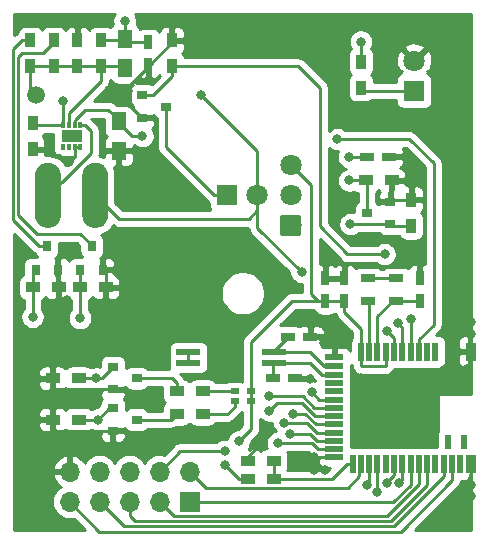
<source format=gtl>
G04 #@! TF.GenerationSoftware,KiCad,Pcbnew,(5.1.0)-1*
G04 #@! TF.CreationDate,2019-04-11T16:46:24+05:30*
G04 #@! TF.ProjectId,senseBe_rev3_main,73656e73-6542-4655-9f72-6576335f6d61,rev?*
G04 #@! TF.SameCoordinates,Original*
G04 #@! TF.FileFunction,Copper,L1,Top*
G04 #@! TF.FilePolarity,Positive*
%FSLAX46Y46*%
G04 Gerber Fmt 4.6, Leading zero omitted, Abs format (unit mm)*
G04 Created by KiCad (PCBNEW (5.1.0)-1) date 2019-04-11 16:46:24*
%MOMM*%
%LPD*%
G04 APERTURE LIST*
%ADD10R,1.200000X0.900000*%
%ADD11C,0.100000*%
%ADD12C,1.800000*%
%ADD13R,1.800000X1.800000*%
%ADD14R,1.700000X1.700000*%
%ADD15O,1.700000X1.700000*%
%ADD16R,2.100000X0.600000*%
%ADD17R,0.900000X0.800000*%
%ADD18R,0.800000X0.900000*%
%ADD19C,1.500000*%
%ADD20R,0.750000X1.200000*%
%ADD21R,1.200000X0.750000*%
%ADD22R,1.250000X1.500000*%
%ADD23R,0.700000X0.500000*%
%ADD24R,1.300000X0.700000*%
%ADD25R,0.900000X1.200000*%
%ADD26R,1.600000X0.500000*%
%ADD27R,0.500000X1.600000*%
%ADD28R,0.900000X1.600000*%
%ADD29R,0.500000X1.200000*%
%ADD30C,2.150000*%
%ADD31R,1.800000X1.000000*%
%ADD32R,0.350000X0.500000*%
%ADD33C,0.800000*%
%ADD34C,0.250000*%
%ADD35C,0.254000*%
G04 APERTURE END LIST*
D10*
X30400000Y-48500000D03*
X32600000Y-48500000D03*
D11*
G36*
X34724324Y-27651205D02*
G01*
X34748612Y-27654808D01*
X34772429Y-27660774D01*
X34795547Y-27669045D01*
X34817743Y-27679543D01*
X34838804Y-27692166D01*
X34858525Y-27706793D01*
X34876718Y-27723282D01*
X34893207Y-27741475D01*
X34907834Y-27761196D01*
X34920457Y-27782257D01*
X34930955Y-27804453D01*
X34939226Y-27827571D01*
X34945192Y-27851388D01*
X34948795Y-27875676D01*
X34950000Y-27900200D01*
X34950000Y-29199800D01*
X34948795Y-29224324D01*
X34945192Y-29248612D01*
X34939226Y-29272429D01*
X34930955Y-29295547D01*
X34920457Y-29317743D01*
X34907834Y-29338804D01*
X34893207Y-29358525D01*
X34876718Y-29376718D01*
X34858525Y-29393207D01*
X34838804Y-29407834D01*
X34817743Y-29420457D01*
X34795547Y-29430955D01*
X34772429Y-29439226D01*
X34748612Y-29445192D01*
X34724324Y-29448795D01*
X34699800Y-29450000D01*
X33400200Y-29450000D01*
X33375676Y-29448795D01*
X33351388Y-29445192D01*
X33327571Y-29439226D01*
X33304453Y-29430955D01*
X33282257Y-29420457D01*
X33261196Y-29407834D01*
X33241475Y-29393207D01*
X33223282Y-29376718D01*
X33206793Y-29358525D01*
X33192166Y-29338804D01*
X33179543Y-29317743D01*
X33169045Y-29295547D01*
X33160774Y-29272429D01*
X33154808Y-29248612D01*
X33151205Y-29224324D01*
X33150000Y-29199800D01*
X33150000Y-27900200D01*
X33151205Y-27875676D01*
X33154808Y-27851388D01*
X33160774Y-27827571D01*
X33169045Y-27804453D01*
X33179543Y-27782257D01*
X33192166Y-27761196D01*
X33206793Y-27741475D01*
X33223282Y-27723282D01*
X33241475Y-27706793D01*
X33261196Y-27692166D01*
X33282257Y-27679543D01*
X33304453Y-27669045D01*
X33327571Y-27660774D01*
X33351388Y-27654808D01*
X33375676Y-27651205D01*
X33400200Y-27650000D01*
X34699800Y-27650000D01*
X34724324Y-27651205D01*
X34724324Y-27651205D01*
G37*
D12*
X34050000Y-28550000D03*
X34050000Y-26010000D03*
X34050000Y-23470000D03*
D13*
X28700000Y-26000000D03*
D12*
X31240000Y-26000000D03*
D14*
X25500000Y-51950000D03*
D15*
X25500000Y-49410000D03*
X22960000Y-51950000D03*
X22960000Y-49410000D03*
X20420000Y-51950000D03*
X20420000Y-49410000D03*
X17880000Y-51950000D03*
X17880000Y-49410000D03*
X15340000Y-51950000D03*
X15340000Y-49410000D03*
D16*
X32600000Y-39300000D03*
X25400000Y-39300000D03*
X25400000Y-40200000D03*
X32600000Y-40200000D03*
D12*
X44500000Y-14610000D03*
D13*
X44500000Y-17150000D03*
D17*
X21000000Y-41500000D03*
X19000000Y-42450000D03*
X19000000Y-40550000D03*
X19000000Y-44050000D03*
X19000000Y-45950000D03*
X21000000Y-45000000D03*
X42500000Y-28450000D03*
X42500000Y-26550000D03*
X40500000Y-27500000D03*
X23500000Y-18500000D03*
X21500000Y-19450000D03*
X21500000Y-17550000D03*
D18*
X16250000Y-32300000D03*
X18150000Y-32300000D03*
X17200000Y-30300000D03*
X13400000Y-30300000D03*
X14350000Y-32300000D03*
X12450000Y-32300000D03*
D19*
X12500000Y-17500000D03*
D20*
X45000000Y-34950000D03*
X45000000Y-33050000D03*
D21*
X34450000Y-41500000D03*
X32550000Y-41500000D03*
X33800000Y-38000000D03*
X35700000Y-38000000D03*
D20*
X37000000Y-34950000D03*
X37000000Y-33050000D03*
X38600000Y-33050000D03*
X38600000Y-34950000D03*
D21*
X40500000Y-22750000D03*
X42400000Y-22750000D03*
D20*
X22000000Y-14950000D03*
X22000000Y-13050000D03*
D22*
X19500000Y-19750000D03*
X19500000Y-22250000D03*
X20000000Y-15250000D03*
X20000000Y-12750000D03*
D23*
X29300000Y-42600000D03*
X30700000Y-42600000D03*
X30700000Y-43400000D03*
X29300000Y-43400000D03*
D24*
X43000000Y-34950000D03*
X43000000Y-33050000D03*
X40600000Y-34950000D03*
X40600000Y-33050000D03*
D25*
X40000000Y-14700000D03*
X40000000Y-16900000D03*
D10*
X13900000Y-41500000D03*
X16100000Y-41500000D03*
X26600000Y-44500000D03*
X24400000Y-44500000D03*
X24400000Y-42600000D03*
X26600000Y-42600000D03*
X16100000Y-45000000D03*
X13900000Y-45000000D03*
X42600000Y-24750000D03*
X40400000Y-24750000D03*
D25*
X44250000Y-28600000D03*
X44250000Y-26400000D03*
X24000000Y-12900000D03*
X24000000Y-15100000D03*
X12200000Y-19900000D03*
X12200000Y-22100000D03*
D10*
X18400000Y-33800000D03*
X16200000Y-33800000D03*
D25*
X18000000Y-15100000D03*
X18000000Y-12900000D03*
X16000000Y-15100000D03*
X16000000Y-12900000D03*
X14000000Y-12900000D03*
X14000000Y-15100000D03*
D10*
X14400000Y-33800000D03*
X12200000Y-33800000D03*
D25*
X12000000Y-15100000D03*
X12000000Y-12900000D03*
D26*
X37750000Y-39700000D03*
D27*
X46300000Y-39250000D03*
D28*
X49300000Y-39250000D03*
D27*
X45600000Y-39250000D03*
X44900000Y-39250000D03*
X44200000Y-39250000D03*
X43500000Y-39250000D03*
X42800000Y-39250000D03*
X42100000Y-39250000D03*
X41400000Y-39250000D03*
X40700000Y-39250000D03*
X40000000Y-39250000D03*
D26*
X37750000Y-40500000D03*
X37750000Y-41200000D03*
X37750000Y-41900000D03*
X37750000Y-42600000D03*
X37750000Y-43300000D03*
X37750000Y-44000000D03*
X37750000Y-44700000D03*
X37750000Y-45400000D03*
X37750000Y-46100000D03*
X37750000Y-46800000D03*
X37750000Y-47500000D03*
X37750000Y-48200000D03*
D27*
X39300000Y-48750000D03*
X40000000Y-48750000D03*
X40700000Y-48750000D03*
X41400000Y-48750000D03*
X42100000Y-48750000D03*
X42800000Y-48750000D03*
X43500000Y-48750000D03*
X44200000Y-48750000D03*
X44900000Y-48750000D03*
X45600000Y-48750000D03*
X46300000Y-48750000D03*
X47000000Y-48750000D03*
X47700000Y-48750000D03*
X48400000Y-48750000D03*
D28*
X49300000Y-48750000D03*
D29*
X48750000Y-46900000D03*
X47350000Y-46900000D03*
D11*
G36*
X13673243Y-23254814D02*
G01*
X13770292Y-23269210D01*
X13865462Y-23293049D01*
X13957838Y-23326101D01*
X14046529Y-23368049D01*
X14130681Y-23418488D01*
X14209485Y-23476933D01*
X14282180Y-23542820D01*
X14348067Y-23615515D01*
X14406512Y-23694319D01*
X14456951Y-23778471D01*
X14498899Y-23867162D01*
X14531951Y-23959538D01*
X14555790Y-24054708D01*
X14570186Y-24151757D01*
X14575000Y-24249750D01*
X14575000Y-27750250D01*
X14570186Y-27848243D01*
X14555790Y-27945292D01*
X14531951Y-28040462D01*
X14498899Y-28132838D01*
X14456951Y-28221529D01*
X14406512Y-28305681D01*
X14348067Y-28384485D01*
X14282180Y-28457180D01*
X14209485Y-28523067D01*
X14130681Y-28581512D01*
X14046529Y-28631951D01*
X13957838Y-28673899D01*
X13865462Y-28706951D01*
X13770292Y-28730790D01*
X13673243Y-28745186D01*
X13575250Y-28750000D01*
X13424750Y-28750000D01*
X13326757Y-28745186D01*
X13229708Y-28730790D01*
X13134538Y-28706951D01*
X13042162Y-28673899D01*
X12953471Y-28631951D01*
X12869319Y-28581512D01*
X12790515Y-28523067D01*
X12717820Y-28457180D01*
X12651933Y-28384485D01*
X12593488Y-28305681D01*
X12543049Y-28221529D01*
X12501101Y-28132838D01*
X12468049Y-28040462D01*
X12444210Y-27945292D01*
X12429814Y-27848243D01*
X12425000Y-27750250D01*
X12425000Y-24249750D01*
X12429814Y-24151757D01*
X12444210Y-24054708D01*
X12468049Y-23959538D01*
X12501101Y-23867162D01*
X12543049Y-23778471D01*
X12593488Y-23694319D01*
X12651933Y-23615515D01*
X12717820Y-23542820D01*
X12790515Y-23476933D01*
X12869319Y-23418488D01*
X12953471Y-23368049D01*
X13042162Y-23326101D01*
X13134538Y-23293049D01*
X13229708Y-23269210D01*
X13326757Y-23254814D01*
X13424750Y-23250000D01*
X13575250Y-23250000D01*
X13673243Y-23254814D01*
X13673243Y-23254814D01*
G37*
D30*
X13500000Y-26000000D03*
D11*
G36*
X17673243Y-23254814D02*
G01*
X17770292Y-23269210D01*
X17865462Y-23293049D01*
X17957838Y-23326101D01*
X18046529Y-23368049D01*
X18130681Y-23418488D01*
X18209485Y-23476933D01*
X18282180Y-23542820D01*
X18348067Y-23615515D01*
X18406512Y-23694319D01*
X18456951Y-23778471D01*
X18498899Y-23867162D01*
X18531951Y-23959538D01*
X18555790Y-24054708D01*
X18570186Y-24151757D01*
X18575000Y-24249750D01*
X18575000Y-27750250D01*
X18570186Y-27848243D01*
X18555790Y-27945292D01*
X18531951Y-28040462D01*
X18498899Y-28132838D01*
X18456951Y-28221529D01*
X18406512Y-28305681D01*
X18348067Y-28384485D01*
X18282180Y-28457180D01*
X18209485Y-28523067D01*
X18130681Y-28581512D01*
X18046529Y-28631951D01*
X17957838Y-28673899D01*
X17865462Y-28706951D01*
X17770292Y-28730790D01*
X17673243Y-28745186D01*
X17575250Y-28750000D01*
X17424750Y-28750000D01*
X17326757Y-28745186D01*
X17229708Y-28730790D01*
X17134538Y-28706951D01*
X17042162Y-28673899D01*
X16953471Y-28631951D01*
X16869319Y-28581512D01*
X16790515Y-28523067D01*
X16717820Y-28457180D01*
X16651933Y-28384485D01*
X16593488Y-28305681D01*
X16543049Y-28221529D01*
X16501101Y-28132838D01*
X16468049Y-28040462D01*
X16444210Y-27945292D01*
X16429814Y-27848243D01*
X16425000Y-27750250D01*
X16425000Y-24249750D01*
X16429814Y-24151757D01*
X16444210Y-24054708D01*
X16468049Y-23959538D01*
X16501101Y-23867162D01*
X16543049Y-23778471D01*
X16593488Y-23694319D01*
X16651933Y-23615515D01*
X16717820Y-23542820D01*
X16790515Y-23476933D01*
X16869319Y-23418488D01*
X16953471Y-23368049D01*
X17042162Y-23326101D01*
X17134538Y-23293049D01*
X17229708Y-23269210D01*
X17326757Y-23254814D01*
X17424750Y-23250000D01*
X17575250Y-23250000D01*
X17673243Y-23254814D01*
X17673243Y-23254814D01*
G37*
D30*
X17500000Y-26000000D03*
D10*
X32600000Y-50000000D03*
X30400000Y-50000000D03*
D31*
X15500000Y-21000000D03*
D32*
X14750000Y-21900000D03*
X15250000Y-21900000D03*
X15750000Y-21900000D03*
X16250000Y-21900000D03*
X16250000Y-20100000D03*
X15750000Y-20100000D03*
X15250000Y-20100000D03*
X14750000Y-20100000D03*
D33*
X40000000Y-46500000D03*
X43000000Y-46500000D03*
X40000000Y-41500000D03*
X43000000Y-41500000D03*
X45000000Y-44000000D03*
X46000000Y-41500000D03*
X48000000Y-42000000D03*
X49000000Y-42000000D03*
X48000000Y-40750000D03*
X49000000Y-40750000D03*
X36000000Y-48200000D03*
X36000000Y-49250000D03*
X37000000Y-49250000D03*
X37750000Y-37550000D03*
X49300000Y-37750000D03*
X48450000Y-37750000D03*
X49300000Y-36750000D03*
X48450000Y-36750000D03*
X49300000Y-50500000D03*
X49300000Y-51500000D03*
X41500000Y-44000000D03*
X36900000Y-38500000D03*
X37750000Y-38500000D03*
X20850000Y-22250000D03*
X31400000Y-47150000D03*
X24000000Y-11250000D03*
X37000000Y-31600000D03*
X45000000Y-31600000D03*
X16000000Y-11250000D03*
X35700000Y-41550000D03*
X20300000Y-17221220D03*
X15311140Y-23192760D03*
X15100000Y-34900000D03*
X19300000Y-32400000D03*
X44200000Y-36500000D03*
X29650000Y-46850000D03*
X28500000Y-48850000D03*
X39000000Y-22750000D03*
X21500000Y-21000000D03*
X28500000Y-47650000D03*
X40500000Y-50500000D03*
X41400000Y-51100000D03*
X17600000Y-41500000D03*
X34000000Y-46200000D03*
X17700000Y-45000000D03*
X33000000Y-47000000D03*
X39100000Y-28450000D03*
X34250000Y-44500000D03*
X39000000Y-24750000D03*
X42000000Y-31000000D03*
X42200000Y-37500000D03*
X32250000Y-43000000D03*
X16200000Y-36400000D03*
X32250000Y-44250000D03*
X12200000Y-36300000D03*
X43200003Y-50350000D03*
X42200000Y-50350000D03*
X40000000Y-13000000D03*
X43100000Y-36850000D03*
X38000000Y-21250000D03*
X14750000Y-18000000D03*
X33500000Y-45250000D03*
X26500000Y-17500000D03*
X35850000Y-42700000D03*
X34975000Y-32500000D03*
X20000000Y-11250000D03*
D34*
X13900000Y-45700000D02*
X13900000Y-45000000D01*
X14150000Y-45950000D02*
X13900000Y-45700000D01*
X19000000Y-45950000D02*
X14150000Y-45950000D01*
X13900000Y-42200000D02*
X13900000Y-41500000D01*
X14150000Y-42450000D02*
X13900000Y-42200000D01*
X19000000Y-42450000D02*
X14150000Y-42450000D01*
X37750000Y-48200000D02*
X36000000Y-48200000D01*
X49300000Y-39250000D02*
X49300000Y-37750000D01*
X49300000Y-48750000D02*
X49300000Y-50500000D01*
X49300000Y-40450000D02*
X49000000Y-40750000D01*
X49300000Y-39250000D02*
X49300000Y-40450000D01*
X37750000Y-39700000D02*
X37750000Y-38500000D01*
X36400000Y-38000000D02*
X36900000Y-38500000D01*
X35700000Y-38000000D02*
X36400000Y-38000000D01*
X15750000Y-21900000D02*
X16250000Y-21900000D01*
X16250000Y-21900000D02*
X16250000Y-21975000D01*
X19500000Y-22250000D02*
X20850000Y-22250000D01*
X30400000Y-48500000D02*
X30400000Y-48150000D01*
X30400000Y-48150000D02*
X31400000Y-47150000D01*
X42650000Y-26400000D02*
X42500000Y-26550000D01*
X44250000Y-26400000D02*
X42650000Y-26400000D01*
X22100000Y-14950000D02*
X22000000Y-14950000D01*
X24000000Y-12900000D02*
X24000000Y-13050000D01*
X24000000Y-11250000D02*
X24000000Y-12900000D01*
X37000000Y-33050000D02*
X38600000Y-33050000D01*
X37000000Y-33050000D02*
X37000000Y-31600000D01*
X45000000Y-33050000D02*
X45000000Y-31600000D01*
X21450000Y-19450000D02*
X20300000Y-18300000D01*
X21500000Y-19450000D02*
X21450000Y-19450000D01*
X22000000Y-15175000D02*
X22000000Y-14950000D01*
X20300000Y-16875000D02*
X22000000Y-15175000D01*
X16000000Y-12900000D02*
X16000000Y-11250000D01*
X34450000Y-41500000D02*
X35650000Y-41500000D01*
X35650000Y-41500000D02*
X35700000Y-41550000D01*
X20300000Y-18300000D02*
X20300000Y-17221220D01*
X20300000Y-17221220D02*
X20300000Y-16875000D01*
X15750000Y-21900000D02*
X15750000Y-22753900D01*
X15750000Y-22753900D02*
X15311140Y-23192760D01*
X24000000Y-13050000D02*
X22100000Y-14950000D01*
X13200000Y-22100000D02*
X12200000Y-22100000D01*
X15311140Y-23192760D02*
X14992760Y-23192760D01*
X14992760Y-23192760D02*
X14400000Y-22600000D01*
X14400000Y-22600000D02*
X13700000Y-22600000D01*
X13700000Y-22600000D02*
X13200000Y-22100000D01*
X14400000Y-32350000D02*
X14350000Y-32300000D01*
X14400000Y-33800000D02*
X14400000Y-32350000D01*
X18400000Y-32550000D02*
X18150000Y-32300000D01*
X18400000Y-33800000D02*
X18400000Y-32550000D01*
X14400000Y-34500000D02*
X14800000Y-34900000D01*
X14400000Y-33800000D02*
X14400000Y-34500000D01*
X14800000Y-34900000D02*
X15100000Y-34900000D01*
X19200000Y-32300000D02*
X19300000Y-32400000D01*
X18150000Y-32300000D02*
X19200000Y-32300000D01*
X44200000Y-39250000D02*
X44200000Y-36500000D01*
X40250000Y-17150000D02*
X40000000Y-16900000D01*
X44500000Y-17150000D02*
X40250000Y-17150000D01*
X27550000Y-26000000D02*
X28700000Y-26000000D01*
X23500000Y-21950000D02*
X27550000Y-26000000D01*
X23500000Y-18500000D02*
X23500000Y-21950000D01*
X17865029Y-54475029D02*
X15340000Y-51950000D01*
X43374970Y-54475030D02*
X17865029Y-54475029D01*
X47700000Y-48750000D02*
X47700000Y-50150000D01*
X47700000Y-50150000D02*
X43374970Y-54475030D01*
X40075001Y-40500000D02*
X42024999Y-40500000D01*
X40000000Y-40424999D02*
X40000000Y-39250000D01*
X40075001Y-40500000D02*
X40000000Y-40424999D01*
X42100000Y-40424999D02*
X42100000Y-39250000D01*
X42024999Y-40500000D02*
X42100000Y-40424999D01*
X30700000Y-42600000D02*
X30700000Y-43400000D01*
X30700000Y-43400000D02*
X30700000Y-45800000D01*
X30700000Y-45800000D02*
X29650000Y-46850000D01*
X29650000Y-46850000D02*
X29500000Y-47000000D01*
X30400000Y-50000000D02*
X29650000Y-50000000D01*
X29650000Y-50000000D02*
X28500000Y-48850000D01*
X15750000Y-20100000D02*
X15750000Y-19600000D01*
X19500000Y-19625000D02*
X19500000Y-19750000D01*
X18625000Y-18750000D02*
X19500000Y-19625000D01*
X16600000Y-18750000D02*
X18625000Y-18750000D01*
X15750000Y-19600000D02*
X16600000Y-18750000D01*
X38600000Y-34950000D02*
X38600000Y-35900000D01*
X40000000Y-37300000D02*
X40000000Y-39250000D01*
X38600000Y-35900000D02*
X40000000Y-37300000D01*
X37000000Y-34950000D02*
X38600000Y-34950000D01*
X40500000Y-22750000D02*
X39000000Y-22750000D01*
X19500000Y-19875000D02*
X20625000Y-21000000D01*
X19500000Y-19750000D02*
X19500000Y-19875000D01*
X20625000Y-21000000D02*
X21500000Y-21000000D01*
X30700000Y-42600000D02*
X30700000Y-38400000D01*
X34150000Y-34950000D02*
X37000000Y-34950000D01*
X30700000Y-38400000D02*
X34150000Y-34950000D01*
X35750000Y-25170000D02*
X34050000Y-23470000D01*
X35750000Y-34325000D02*
X35750000Y-25170000D01*
X36375000Y-34950000D02*
X35750000Y-34325000D01*
X37000000Y-34950000D02*
X36375000Y-34950000D01*
X18729999Y-52799999D02*
X17880000Y-51950000D01*
X19955020Y-54025020D02*
X18729999Y-52799999D01*
X42774980Y-54025020D02*
X19955020Y-54025020D01*
X47000000Y-49800000D02*
X42774980Y-54025020D01*
X47000000Y-48750000D02*
X47000000Y-49800000D01*
X39875001Y-48874999D02*
X40000000Y-48750000D01*
X39875001Y-49810001D02*
X39875001Y-48874999D01*
X38910001Y-50775001D02*
X39875001Y-49810001D01*
X25500000Y-49410000D02*
X26865001Y-50775001D01*
X26865001Y-50775001D02*
X38910001Y-50775001D01*
X20842929Y-53575010D02*
X42524990Y-53575010D01*
X20420000Y-53152081D02*
X20842929Y-53575010D01*
X20420000Y-51950000D02*
X20420000Y-53152081D01*
X45600000Y-50500000D02*
X42524990Y-53575010D01*
X45600000Y-48750000D02*
X45600000Y-50500000D01*
X22960000Y-49410000D02*
X24720000Y-47650000D01*
X24720000Y-47650000D02*
X28500000Y-47650000D01*
X40700000Y-50300000D02*
X40700000Y-48750000D01*
X40500000Y-50500000D02*
X40700000Y-50300000D01*
X23809999Y-52799999D02*
X22960000Y-51950000D01*
X24135001Y-53125001D02*
X23809999Y-52799999D01*
X42211409Y-53125001D02*
X24135001Y-53125001D01*
X44900000Y-50436410D02*
X42211409Y-53125001D01*
X44900000Y-48750000D02*
X44900000Y-50436410D01*
X41400000Y-48750000D02*
X41400000Y-51100000D01*
X25500000Y-51950000D02*
X42750000Y-51950000D01*
X44200000Y-50500000D02*
X42750000Y-51950000D01*
X44200000Y-48750000D02*
X44200000Y-50500000D01*
X24400000Y-41900000D02*
X24400000Y-42600000D01*
X24000000Y-41500000D02*
X24400000Y-41900000D01*
X21000000Y-41500000D02*
X24000000Y-41500000D01*
X17600000Y-41500000D02*
X16100000Y-41500000D01*
X18050000Y-41500000D02*
X19000000Y-40550000D01*
X17600000Y-41500000D02*
X18050000Y-41500000D01*
X35709412Y-46200000D02*
X34000000Y-46200000D01*
X37750000Y-46800000D02*
X36309412Y-46800000D01*
X36309412Y-46800000D02*
X35709412Y-46200000D01*
X17700000Y-45000000D02*
X16100000Y-45000000D01*
X18650000Y-44050000D02*
X17700000Y-45000000D01*
X19000000Y-44050000D02*
X18650000Y-44050000D01*
X35873002Y-47000000D02*
X33000000Y-47000000D01*
X37750000Y-47500000D02*
X36373002Y-47500000D01*
X36373002Y-47500000D02*
X35873002Y-47000000D01*
X23900000Y-45000000D02*
X24400000Y-44500000D01*
X21000000Y-45000000D02*
X23900000Y-45000000D01*
X42650000Y-28600000D02*
X42500000Y-28450000D01*
X44250000Y-28600000D02*
X42650000Y-28600000D01*
X39100000Y-28450000D02*
X42500000Y-28450000D01*
X35282232Y-44500000D02*
X34250000Y-44500000D01*
X37750000Y-45400000D02*
X36182232Y-45400000D01*
X36182232Y-45400000D02*
X35282232Y-44500000D01*
X40500000Y-24850000D02*
X40400000Y-24750000D01*
X40500000Y-27500000D02*
X40500000Y-24850000D01*
X40400000Y-24750000D02*
X39000000Y-24750000D01*
X22200000Y-17550000D02*
X21500000Y-17550000D01*
X22400000Y-17550000D02*
X22200000Y-17550000D01*
X24000000Y-15950000D02*
X22400000Y-17550000D01*
X24000000Y-15100000D02*
X24000000Y-15950000D01*
X42000000Y-31000000D02*
X38850000Y-31000000D01*
X38850000Y-31000000D02*
X36500000Y-28650000D01*
X36500000Y-28650000D02*
X36500000Y-16900000D01*
X34700000Y-15100000D02*
X24000000Y-15100000D01*
X36500000Y-16900000D02*
X34700000Y-15100000D01*
X42800000Y-39250000D02*
X42800000Y-38100000D01*
X42800000Y-38100000D02*
X42200000Y-37500000D01*
X32815685Y-43000000D02*
X32250000Y-43000000D01*
X35055052Y-43000000D02*
X32815685Y-43000000D01*
X36055052Y-44000000D02*
X35055052Y-43000000D01*
X37750000Y-44000000D02*
X36055052Y-44000000D01*
X16200000Y-32350000D02*
X16250000Y-32300000D01*
X16200000Y-33800000D02*
X16200000Y-32350000D01*
X16200000Y-33800000D02*
X16200000Y-36400000D01*
X17200000Y-30300000D02*
X17200000Y-30250000D01*
X12600000Y-29300000D02*
X11000000Y-27700000D01*
X11000000Y-14300000D02*
X11300000Y-14000000D01*
X17200000Y-30250000D02*
X16250000Y-29300000D01*
X11000000Y-27700000D02*
X11000000Y-14300000D01*
X16250000Y-29300000D02*
X12600000Y-29300000D01*
X14000000Y-13050000D02*
X13050000Y-14000000D01*
X14000000Y-12900000D02*
X14000000Y-13050000D01*
X13050000Y-14000000D02*
X11300000Y-14000000D01*
X11300000Y-12900000D02*
X12000000Y-12900000D01*
X13400000Y-30300000D02*
X12750000Y-30300000D01*
X10549989Y-28099989D02*
X10549989Y-13650011D01*
X10549989Y-13650011D02*
X11300000Y-12900000D01*
X12750000Y-30300000D02*
X10549989Y-28099989D01*
X32250000Y-44250000D02*
X32925000Y-43575000D01*
X34993642Y-43575000D02*
X32925000Y-43575000D01*
X36118642Y-44700000D02*
X34993642Y-43575000D01*
X37750000Y-44700000D02*
X36118642Y-44700000D01*
X12200000Y-32550000D02*
X12450000Y-32300000D01*
X12200000Y-33800000D02*
X12200000Y-32550000D01*
X12200000Y-36300000D02*
X12200000Y-33800000D01*
X19850000Y-15100000D02*
X20000000Y-15250000D01*
X12000000Y-15100000D02*
X19850000Y-15100000D01*
X12000000Y-17000000D02*
X12500000Y-17500000D01*
X12000000Y-15100000D02*
X12000000Y-17000000D01*
X15250000Y-20100000D02*
X15250000Y-19050000D01*
X18000000Y-16300000D02*
X18000000Y-15100000D01*
X15250000Y-19050000D02*
X18000000Y-16300000D01*
X43500000Y-48750000D02*
X43500000Y-50050003D01*
X43500000Y-50050003D02*
X43200003Y-50350000D01*
X42200000Y-50276998D02*
X42200000Y-50350000D01*
X42800000Y-48750000D02*
X42800000Y-49676998D01*
X42800000Y-49676998D02*
X42200000Y-50276998D01*
X36914998Y-40500000D02*
X37750000Y-40500000D01*
X35714998Y-39300000D02*
X36914998Y-40500000D01*
X32600000Y-39300000D02*
X35714998Y-39300000D01*
X32600000Y-39200000D02*
X33800000Y-38000000D01*
X32600000Y-39300000D02*
X32600000Y-39200000D01*
X32550000Y-40250000D02*
X32600000Y-40200000D01*
X32550000Y-41500000D02*
X32550000Y-40250000D01*
X33900000Y-40200000D02*
X32600000Y-40200000D01*
X35700000Y-40200000D02*
X33900000Y-40200000D01*
X36700000Y-41200000D02*
X35700000Y-40200000D01*
X37750000Y-41200000D02*
X36700000Y-41200000D01*
X42700000Y-34950000D02*
X43000000Y-34950000D01*
X41400000Y-36250000D02*
X42700000Y-34950000D01*
X41400000Y-39250000D02*
X41400000Y-36250000D01*
X43000000Y-34950000D02*
X45000000Y-34950000D01*
X26600000Y-42600000D02*
X29300000Y-42600000D01*
X29300000Y-43900000D02*
X29300000Y-43400000D01*
X28700000Y-44500000D02*
X29300000Y-43900000D01*
X26600000Y-44500000D02*
X28700000Y-44500000D01*
X40600000Y-33050000D02*
X43000000Y-33050000D01*
X40700000Y-35050000D02*
X40600000Y-34950000D01*
X40700000Y-39250000D02*
X40700000Y-35050000D01*
X13500000Y-26000000D02*
X14645710Y-24854290D01*
X17109460Y-20534460D02*
X16675000Y-20100000D01*
X17109460Y-22467444D02*
X17109460Y-20534460D01*
X14722614Y-24854290D02*
X17109460Y-22467444D01*
X16675000Y-20100000D02*
X16250000Y-20100000D01*
X14645710Y-24854290D02*
X14722614Y-24854290D01*
X40000000Y-13000000D02*
X40000000Y-14700000D01*
X43525000Y-39225000D02*
X43500000Y-39250000D01*
X43500000Y-39250000D02*
X43500000Y-37250000D01*
X43500000Y-37250000D02*
X43100000Y-36850000D01*
X12400000Y-20100000D02*
X12200000Y-19900000D01*
X14750000Y-20100000D02*
X12400000Y-20100000D01*
X44900000Y-39250000D02*
X44900000Y-38200000D01*
X12200000Y-19900000D02*
X12200000Y-19750000D01*
X14750000Y-20100000D02*
X14750000Y-18000000D01*
X44900000Y-38200000D02*
X46150000Y-36950000D01*
X46150000Y-23300000D02*
X44100000Y-21250000D01*
X46150000Y-36950000D02*
X46150000Y-23300000D01*
X44100000Y-21250000D02*
X38000000Y-21250000D01*
X37725000Y-46125000D02*
X37750000Y-46100000D01*
X35395822Y-45250000D02*
X33500000Y-45250000D01*
X37750000Y-46100000D02*
X36245822Y-46100000D01*
X36245822Y-46100000D02*
X35395822Y-45250000D01*
X33450000Y-50000000D02*
X32600000Y-50000000D01*
X37550000Y-50000000D02*
X33450000Y-50000000D01*
X38800000Y-48750000D02*
X37550000Y-50000000D01*
X39300000Y-48750000D02*
X38800000Y-48750000D01*
X32600000Y-48500000D02*
X32600000Y-50000000D01*
X25400000Y-39300000D02*
X25400000Y-40200000D01*
X19850000Y-12900000D02*
X20000000Y-12750000D01*
X18000000Y-12900000D02*
X19850000Y-12900000D01*
X20300000Y-13050000D02*
X20000000Y-12750000D01*
X22000000Y-13050000D02*
X20300000Y-13050000D01*
X20000000Y-12750000D02*
X20000000Y-11250000D01*
X31240000Y-22240000D02*
X31240000Y-26000000D01*
X26500000Y-17500000D02*
X31240000Y-22240000D01*
X31240000Y-27272792D02*
X30512792Y-28000000D01*
X31240000Y-26000000D02*
X31240000Y-27272792D01*
X19500000Y-28000000D02*
X17500000Y-26000000D01*
X30512792Y-28000000D02*
X19500000Y-28000000D01*
X37750000Y-43300000D02*
X36450000Y-43300000D01*
X36450000Y-43300000D02*
X35850000Y-42700000D01*
X31240000Y-28765000D02*
X31240000Y-26000000D01*
X34975000Y-32500000D02*
X31240000Y-28765000D01*
D35*
G36*
X18988997Y-28563799D02*
G01*
X19075723Y-28634974D01*
X19173677Y-28687332D01*
X19207753Y-28705546D01*
X19351014Y-28749003D01*
X19462667Y-28760000D01*
X19462676Y-28760000D01*
X19499999Y-28763676D01*
X19537322Y-28760000D01*
X30475470Y-28760000D01*
X30476804Y-28760131D01*
X30476324Y-28765000D01*
X30480000Y-28802322D01*
X30480000Y-28802332D01*
X30490997Y-28913985D01*
X30514056Y-28990001D01*
X30534454Y-29057246D01*
X30605026Y-29189276D01*
X30633678Y-29224188D01*
X30699999Y-29305001D01*
X30729003Y-29328804D01*
X33940000Y-32539802D01*
X33940000Y-32601939D01*
X33979774Y-32801898D01*
X34057795Y-32990256D01*
X34171063Y-33159774D01*
X34315226Y-33303937D01*
X34484744Y-33417205D01*
X34673102Y-33495226D01*
X34873061Y-33535000D01*
X34990000Y-33535000D01*
X34990000Y-34190000D01*
X34187325Y-34190000D01*
X34150000Y-34186324D01*
X34112675Y-34190000D01*
X34112667Y-34190000D01*
X34001014Y-34200997D01*
X33857753Y-34244454D01*
X33725724Y-34315026D01*
X33609999Y-34409999D01*
X33586202Y-34438996D01*
X30188998Y-37836201D01*
X30160000Y-37859999D01*
X30136202Y-37888997D01*
X30136201Y-37888998D01*
X30065026Y-37975724D01*
X29994454Y-38107754D01*
X29981947Y-38148987D01*
X29950998Y-38251014D01*
X29943660Y-38325518D01*
X29936324Y-38400000D01*
X29940001Y-38437332D01*
X29940000Y-41784990D01*
X29894180Y-41760498D01*
X29774482Y-41724188D01*
X29650000Y-41711928D01*
X28950000Y-41711928D01*
X28825518Y-41724188D01*
X28705820Y-41760498D01*
X28595506Y-41819463D01*
X28570482Y-41840000D01*
X27754320Y-41840000D01*
X27730537Y-41795506D01*
X27651185Y-41698815D01*
X27554494Y-41619463D01*
X27444180Y-41560498D01*
X27324482Y-41524188D01*
X27200000Y-41511928D01*
X26000000Y-41511928D01*
X25875518Y-41524188D01*
X25755820Y-41560498D01*
X25645506Y-41619463D01*
X25548815Y-41698815D01*
X25500000Y-41758296D01*
X25451185Y-41698815D01*
X25354494Y-41619463D01*
X25244180Y-41560498D01*
X25124482Y-41524188D01*
X25057345Y-41517576D01*
X25034974Y-41475724D01*
X24940001Y-41359999D01*
X24911003Y-41336201D01*
X24712873Y-41138072D01*
X26450000Y-41138072D01*
X26574482Y-41125812D01*
X26694180Y-41089502D01*
X26804494Y-41030537D01*
X26901185Y-40951185D01*
X26980537Y-40854494D01*
X27039502Y-40744180D01*
X27075812Y-40624482D01*
X27088072Y-40500000D01*
X27088072Y-39900000D01*
X27075812Y-39775518D01*
X27068071Y-39750000D01*
X27075812Y-39724482D01*
X27088072Y-39600000D01*
X27088072Y-39000000D01*
X27075812Y-38875518D01*
X27039502Y-38755820D01*
X26980537Y-38645506D01*
X26901185Y-38548815D01*
X26804494Y-38469463D01*
X26694180Y-38410498D01*
X26574482Y-38374188D01*
X26450000Y-38361928D01*
X24350000Y-38361928D01*
X24225518Y-38374188D01*
X24105820Y-38410498D01*
X23995506Y-38469463D01*
X23898815Y-38548815D01*
X23819463Y-38645506D01*
X23760498Y-38755820D01*
X23724188Y-38875518D01*
X23711928Y-39000000D01*
X23711928Y-39600000D01*
X23724188Y-39724482D01*
X23731929Y-39750000D01*
X23724188Y-39775518D01*
X23711928Y-39900000D01*
X23711928Y-40500000D01*
X23724188Y-40624482D01*
X23759230Y-40740000D01*
X21976018Y-40740000D01*
X21901185Y-40648815D01*
X21804494Y-40569463D01*
X21694180Y-40510498D01*
X21574482Y-40474188D01*
X21450000Y-40461928D01*
X20550000Y-40461928D01*
X20425518Y-40474188D01*
X20305820Y-40510498D01*
X20195506Y-40569463D01*
X20098815Y-40648815D01*
X20088072Y-40661905D01*
X20088072Y-40150000D01*
X20075812Y-40025518D01*
X20039502Y-39905820D01*
X19980537Y-39795506D01*
X19901185Y-39698815D01*
X19804494Y-39619463D01*
X19694180Y-39560498D01*
X19574482Y-39524188D01*
X19450000Y-39511928D01*
X18550000Y-39511928D01*
X18425518Y-39524188D01*
X18305820Y-39560498D01*
X18195506Y-39619463D01*
X18098815Y-39698815D01*
X18019463Y-39795506D01*
X17960498Y-39905820D01*
X17924188Y-40025518D01*
X17911928Y-40150000D01*
X17911928Y-40508929D01*
X17901898Y-40504774D01*
X17701939Y-40465000D01*
X17498061Y-40465000D01*
X17298102Y-40504774D01*
X17124312Y-40576761D01*
X17054494Y-40519463D01*
X16944180Y-40460498D01*
X16824482Y-40424188D01*
X16700000Y-40411928D01*
X15500000Y-40411928D01*
X15375518Y-40424188D01*
X15255820Y-40460498D01*
X15145506Y-40519463D01*
X15048815Y-40598815D01*
X15000000Y-40658296D01*
X14951185Y-40598815D01*
X14854494Y-40519463D01*
X14744180Y-40460498D01*
X14624482Y-40424188D01*
X14500000Y-40411928D01*
X14185750Y-40415000D01*
X14027000Y-40573750D01*
X14027000Y-41373000D01*
X14047000Y-41373000D01*
X14047000Y-41627000D01*
X14027000Y-41627000D01*
X14027000Y-42426250D01*
X14185750Y-42585000D01*
X14500000Y-42588072D01*
X14624482Y-42575812D01*
X14744180Y-42539502D01*
X14854494Y-42480537D01*
X14951185Y-42401185D01*
X15000000Y-42341704D01*
X15048815Y-42401185D01*
X15145506Y-42480537D01*
X15255820Y-42539502D01*
X15375518Y-42575812D01*
X15500000Y-42588072D01*
X16700000Y-42588072D01*
X16824482Y-42575812D01*
X16944180Y-42539502D01*
X17054494Y-42480537D01*
X17124312Y-42423239D01*
X17298102Y-42495226D01*
X17498061Y-42535000D01*
X17701939Y-42535000D01*
X17901898Y-42495226D01*
X17915000Y-42489799D01*
X17915000Y-42577002D01*
X18073748Y-42577002D01*
X17915000Y-42735750D01*
X17911928Y-42850000D01*
X17924188Y-42974482D01*
X17960498Y-43094180D01*
X18019463Y-43204494D01*
X18056809Y-43250000D01*
X18019463Y-43295506D01*
X17960498Y-43405820D01*
X17924188Y-43525518D01*
X17911928Y-43650000D01*
X17911928Y-43713270D01*
X17660198Y-43965000D01*
X17598061Y-43965000D01*
X17398102Y-44004774D01*
X17209744Y-44082795D01*
X17163433Y-44113739D01*
X17151185Y-44098815D01*
X17054494Y-44019463D01*
X16944180Y-43960498D01*
X16824482Y-43924188D01*
X16700000Y-43911928D01*
X15500000Y-43911928D01*
X15375518Y-43924188D01*
X15255820Y-43960498D01*
X15145506Y-44019463D01*
X15048815Y-44098815D01*
X15000000Y-44158296D01*
X14951185Y-44098815D01*
X14854494Y-44019463D01*
X14744180Y-43960498D01*
X14624482Y-43924188D01*
X14500000Y-43911928D01*
X14185750Y-43915000D01*
X14027000Y-44073750D01*
X14027000Y-44873000D01*
X14047000Y-44873000D01*
X14047000Y-45127000D01*
X14027000Y-45127000D01*
X14027000Y-45926250D01*
X14185750Y-46085000D01*
X14500000Y-46088072D01*
X14624482Y-46075812D01*
X14744180Y-46039502D01*
X14854494Y-45980537D01*
X14951185Y-45901185D01*
X15000000Y-45841704D01*
X15048815Y-45901185D01*
X15145506Y-45980537D01*
X15255820Y-46039502D01*
X15375518Y-46075812D01*
X15500000Y-46088072D01*
X16700000Y-46088072D01*
X16824482Y-46075812D01*
X16944180Y-46039502D01*
X17054494Y-45980537D01*
X17151185Y-45901185D01*
X17163433Y-45886261D01*
X17209744Y-45917205D01*
X17398102Y-45995226D01*
X17598061Y-46035000D01*
X17801939Y-46035000D01*
X17915000Y-46012511D01*
X17915000Y-46077002D01*
X18073748Y-46077002D01*
X17915000Y-46235750D01*
X17911928Y-46350000D01*
X17924188Y-46474482D01*
X17960498Y-46594180D01*
X18019463Y-46704494D01*
X18098815Y-46801185D01*
X18195506Y-46880537D01*
X18305820Y-46939502D01*
X18425518Y-46975812D01*
X18550000Y-46988072D01*
X18714250Y-46985000D01*
X18873000Y-46826250D01*
X18873000Y-46077000D01*
X19127000Y-46077000D01*
X19127000Y-46826250D01*
X19285750Y-46985000D01*
X19450000Y-46988072D01*
X19574482Y-46975812D01*
X19694180Y-46939502D01*
X19804494Y-46880537D01*
X19901185Y-46801185D01*
X19980537Y-46704494D01*
X20039502Y-46594180D01*
X20075812Y-46474482D01*
X20088072Y-46350000D01*
X20085000Y-46235750D01*
X19926250Y-46077000D01*
X19127000Y-46077000D01*
X18873000Y-46077000D01*
X18853000Y-46077000D01*
X18853000Y-45823000D01*
X18873000Y-45823000D01*
X18873000Y-45803000D01*
X19127000Y-45803000D01*
X19127000Y-45823000D01*
X19926250Y-45823000D01*
X20010857Y-45738393D01*
X20019463Y-45754494D01*
X20098815Y-45851185D01*
X20195506Y-45930537D01*
X20305820Y-45989502D01*
X20425518Y-46025812D01*
X20550000Y-46038072D01*
X21450000Y-46038072D01*
X21574482Y-46025812D01*
X21694180Y-45989502D01*
X21804494Y-45930537D01*
X21901185Y-45851185D01*
X21976018Y-45760000D01*
X23862678Y-45760000D01*
X23900000Y-45763676D01*
X23937322Y-45760000D01*
X23937333Y-45760000D01*
X24048986Y-45749003D01*
X24192247Y-45705546D01*
X24324276Y-45634974D01*
X24381426Y-45588072D01*
X25000000Y-45588072D01*
X25124482Y-45575812D01*
X25244180Y-45539502D01*
X25354494Y-45480537D01*
X25451185Y-45401185D01*
X25500000Y-45341704D01*
X25548815Y-45401185D01*
X25645506Y-45480537D01*
X25755820Y-45539502D01*
X25875518Y-45575812D01*
X26000000Y-45588072D01*
X27200000Y-45588072D01*
X27324482Y-45575812D01*
X27444180Y-45539502D01*
X27554494Y-45480537D01*
X27651185Y-45401185D01*
X27730537Y-45304494D01*
X27754320Y-45260000D01*
X28662678Y-45260000D01*
X28700000Y-45263676D01*
X28737322Y-45260000D01*
X28737333Y-45260000D01*
X28848986Y-45249003D01*
X28992247Y-45205546D01*
X29124276Y-45134974D01*
X29240001Y-45040001D01*
X29263803Y-45010998D01*
X29811004Y-44463798D01*
X29840001Y-44440001D01*
X29893771Y-44374482D01*
X29934974Y-44324277D01*
X29940000Y-44314873D01*
X29940001Y-45485197D01*
X29610199Y-45815000D01*
X29548061Y-45815000D01*
X29348102Y-45854774D01*
X29159744Y-45932795D01*
X28990226Y-46046063D01*
X28846063Y-46190226D01*
X28732795Y-46359744D01*
X28654774Y-46548102D01*
X28639963Y-46622563D01*
X28601939Y-46615000D01*
X28398061Y-46615000D01*
X28198102Y-46654774D01*
X28009744Y-46732795D01*
X27840226Y-46846063D01*
X27796289Y-46890000D01*
X24757323Y-46890000D01*
X24720000Y-46886324D01*
X24682677Y-46890000D01*
X24682667Y-46890000D01*
X24571014Y-46900997D01*
X24427753Y-46944454D01*
X24295724Y-47015026D01*
X24179999Y-47109999D01*
X24156201Y-47138997D01*
X23325995Y-47969203D01*
X23251111Y-47946487D01*
X23032950Y-47925000D01*
X22887050Y-47925000D01*
X22668889Y-47946487D01*
X22388966Y-48031401D01*
X22130986Y-48169294D01*
X21904866Y-48354866D01*
X21719294Y-48580986D01*
X21690000Y-48635791D01*
X21660706Y-48580986D01*
X21475134Y-48354866D01*
X21249014Y-48169294D01*
X20991034Y-48031401D01*
X20711111Y-47946487D01*
X20492950Y-47925000D01*
X20347050Y-47925000D01*
X20128889Y-47946487D01*
X19848966Y-48031401D01*
X19590986Y-48169294D01*
X19364866Y-48354866D01*
X19179294Y-48580986D01*
X19150000Y-48635791D01*
X19120706Y-48580986D01*
X18935134Y-48354866D01*
X18709014Y-48169294D01*
X18451034Y-48031401D01*
X18171111Y-47946487D01*
X17952950Y-47925000D01*
X17807050Y-47925000D01*
X17588889Y-47946487D01*
X17308966Y-48031401D01*
X17050986Y-48169294D01*
X16824866Y-48354866D01*
X16639294Y-48580986D01*
X16604799Y-48645523D01*
X16535178Y-48528645D01*
X16340269Y-48312412D01*
X16106920Y-48138359D01*
X15844099Y-48013175D01*
X15696890Y-47968524D01*
X15467000Y-48089845D01*
X15467000Y-49283000D01*
X15487000Y-49283000D01*
X15487000Y-49537000D01*
X15467000Y-49537000D01*
X15467000Y-49557000D01*
X15213000Y-49557000D01*
X15213000Y-49537000D01*
X14019186Y-49537000D01*
X13898519Y-49766891D01*
X13995843Y-50041252D01*
X14144822Y-50291355D01*
X14339731Y-50507588D01*
X14568756Y-50678416D01*
X14510986Y-50709294D01*
X14284866Y-50894866D01*
X14099294Y-51120986D01*
X13961401Y-51378966D01*
X13876487Y-51658889D01*
X13847815Y-51950000D01*
X13876487Y-52241111D01*
X13961401Y-52521034D01*
X14099294Y-52779014D01*
X14284866Y-53005134D01*
X14510986Y-53190706D01*
X14768966Y-53328599D01*
X15048889Y-53413513D01*
X15267050Y-53435000D01*
X15412950Y-53435000D01*
X15631111Y-53413513D01*
X15705996Y-53390797D01*
X16655198Y-54340000D01*
X10660000Y-54340000D01*
X10660000Y-49053109D01*
X13898519Y-49053109D01*
X14019186Y-49283000D01*
X15213000Y-49283000D01*
X15213000Y-48089845D01*
X14983110Y-47968524D01*
X14835901Y-48013175D01*
X14573080Y-48138359D01*
X14339731Y-48312412D01*
X14144822Y-48528645D01*
X13995843Y-48778748D01*
X13898519Y-49053109D01*
X10660000Y-49053109D01*
X10660000Y-45450000D01*
X12661928Y-45450000D01*
X12674188Y-45574482D01*
X12710498Y-45694180D01*
X12769463Y-45804494D01*
X12848815Y-45901185D01*
X12945506Y-45980537D01*
X13055820Y-46039502D01*
X13175518Y-46075812D01*
X13300000Y-46088072D01*
X13614250Y-46085000D01*
X13773000Y-45926250D01*
X13773000Y-45127000D01*
X12823750Y-45127000D01*
X12665000Y-45285750D01*
X12661928Y-45450000D01*
X10660000Y-45450000D01*
X10660000Y-44550000D01*
X12661928Y-44550000D01*
X12665000Y-44714250D01*
X12823750Y-44873000D01*
X13773000Y-44873000D01*
X13773000Y-44073750D01*
X13614250Y-43915000D01*
X13300000Y-43911928D01*
X13175518Y-43924188D01*
X13055820Y-43960498D01*
X12945506Y-44019463D01*
X12848815Y-44098815D01*
X12769463Y-44195506D01*
X12710498Y-44305820D01*
X12674188Y-44425518D01*
X12661928Y-44550000D01*
X10660000Y-44550000D01*
X10660000Y-41950000D01*
X12661928Y-41950000D01*
X12674188Y-42074482D01*
X12710498Y-42194180D01*
X12769463Y-42304494D01*
X12848815Y-42401185D01*
X12945506Y-42480537D01*
X13055820Y-42539502D01*
X13175518Y-42575812D01*
X13300000Y-42588072D01*
X13614250Y-42585000D01*
X13773000Y-42426250D01*
X13773000Y-41627000D01*
X12823750Y-41627000D01*
X12665000Y-41785750D01*
X12661928Y-41950000D01*
X10660000Y-41950000D01*
X10660000Y-41050000D01*
X12661928Y-41050000D01*
X12665000Y-41214250D01*
X12823750Y-41373000D01*
X13773000Y-41373000D01*
X13773000Y-40573750D01*
X13614250Y-40415000D01*
X13300000Y-40411928D01*
X13175518Y-40424188D01*
X13055820Y-40460498D01*
X12945506Y-40519463D01*
X12848815Y-40598815D01*
X12769463Y-40695506D01*
X12710498Y-40805820D01*
X12674188Y-40925518D01*
X12661928Y-41050000D01*
X10660000Y-41050000D01*
X10660000Y-29284802D01*
X12186205Y-30811008D01*
X12209999Y-30840001D01*
X12238992Y-30863795D01*
X12238996Y-30863799D01*
X12280745Y-30898061D01*
X12325724Y-30934974D01*
X12405468Y-30977599D01*
X12410498Y-30994180D01*
X12469463Y-31104494D01*
X12548815Y-31201185D01*
X12561905Y-31211928D01*
X12050000Y-31211928D01*
X11925518Y-31224188D01*
X11805820Y-31260498D01*
X11695506Y-31319463D01*
X11598815Y-31398815D01*
X11519463Y-31495506D01*
X11460498Y-31605820D01*
X11424188Y-31725518D01*
X11411928Y-31850000D01*
X11411928Y-32743478D01*
X11355820Y-32760498D01*
X11245506Y-32819463D01*
X11148815Y-32898815D01*
X11069463Y-32995506D01*
X11010498Y-33105820D01*
X10974188Y-33225518D01*
X10961928Y-33350000D01*
X10961928Y-34250000D01*
X10974188Y-34374482D01*
X11010498Y-34494180D01*
X11069463Y-34604494D01*
X11148815Y-34701185D01*
X11245506Y-34780537D01*
X11355820Y-34839502D01*
X11440001Y-34865038D01*
X11440000Y-35596289D01*
X11396063Y-35640226D01*
X11282795Y-35809744D01*
X11204774Y-35998102D01*
X11165000Y-36198061D01*
X11165000Y-36401939D01*
X11204774Y-36601898D01*
X11282795Y-36790256D01*
X11396063Y-36959774D01*
X11540226Y-37103937D01*
X11709744Y-37217205D01*
X11898102Y-37295226D01*
X12098061Y-37335000D01*
X12301939Y-37335000D01*
X12501898Y-37295226D01*
X12690256Y-37217205D01*
X12859774Y-37103937D01*
X13003937Y-36959774D01*
X13117205Y-36790256D01*
X13195226Y-36601898D01*
X13235000Y-36401939D01*
X13235000Y-36198061D01*
X13195226Y-35998102D01*
X13117205Y-35809744D01*
X13003937Y-35640226D01*
X12960000Y-35596289D01*
X12960000Y-34865038D01*
X13044180Y-34839502D01*
X13154494Y-34780537D01*
X13251185Y-34701185D01*
X13300000Y-34641704D01*
X13348815Y-34701185D01*
X13445506Y-34780537D01*
X13555820Y-34839502D01*
X13675518Y-34875812D01*
X13800000Y-34888072D01*
X14114250Y-34885000D01*
X14273000Y-34726250D01*
X14273000Y-33927000D01*
X14253000Y-33927000D01*
X14253000Y-33673000D01*
X14273000Y-33673000D01*
X14273000Y-32873750D01*
X14223000Y-32823750D01*
X14223000Y-32427000D01*
X14203000Y-32427000D01*
X14203000Y-32173000D01*
X14223000Y-32173000D01*
X14223000Y-31373750D01*
X14138393Y-31289143D01*
X14154494Y-31280537D01*
X14251185Y-31201185D01*
X14330537Y-31104494D01*
X14389502Y-30994180D01*
X14425812Y-30874482D01*
X14438072Y-30750000D01*
X14438072Y-30060000D01*
X15935199Y-30060000D01*
X16161928Y-30286729D01*
X16161928Y-30750000D01*
X16174188Y-30874482D01*
X16210498Y-30994180D01*
X16269463Y-31104494D01*
X16348815Y-31201185D01*
X16361905Y-31211928D01*
X15850000Y-31211928D01*
X15725518Y-31224188D01*
X15605820Y-31260498D01*
X15495506Y-31319463D01*
X15398815Y-31398815D01*
X15319463Y-31495506D01*
X15300000Y-31531918D01*
X15280537Y-31495506D01*
X15201185Y-31398815D01*
X15104494Y-31319463D01*
X14994180Y-31260498D01*
X14874482Y-31224188D01*
X14750000Y-31211928D01*
X14635750Y-31215000D01*
X14477000Y-31373750D01*
X14477000Y-32173000D01*
X14497000Y-32173000D01*
X14497000Y-32427000D01*
X14477000Y-32427000D01*
X14477000Y-33226250D01*
X14527000Y-33276250D01*
X14527000Y-33673000D01*
X14547000Y-33673000D01*
X14547000Y-33927000D01*
X14527000Y-33927000D01*
X14527000Y-34726250D01*
X14685750Y-34885000D01*
X15000000Y-34888072D01*
X15124482Y-34875812D01*
X15244180Y-34839502D01*
X15300000Y-34809665D01*
X15355820Y-34839502D01*
X15440000Y-34865038D01*
X15440001Y-35696288D01*
X15396063Y-35740226D01*
X15282795Y-35909744D01*
X15204774Y-36098102D01*
X15165000Y-36298061D01*
X15165000Y-36501939D01*
X15204774Y-36701898D01*
X15282795Y-36890256D01*
X15396063Y-37059774D01*
X15540226Y-37203937D01*
X15709744Y-37317205D01*
X15898102Y-37395226D01*
X16098061Y-37435000D01*
X16301939Y-37435000D01*
X16501898Y-37395226D01*
X16690256Y-37317205D01*
X16859774Y-37203937D01*
X17003937Y-37059774D01*
X17117205Y-36890256D01*
X17195226Y-36701898D01*
X17235000Y-36501939D01*
X17235000Y-36298061D01*
X17195226Y-36098102D01*
X17117205Y-35909744D01*
X17003937Y-35740226D01*
X16960000Y-35696289D01*
X16960000Y-34865038D01*
X17044180Y-34839502D01*
X17154494Y-34780537D01*
X17251185Y-34701185D01*
X17300000Y-34641704D01*
X17348815Y-34701185D01*
X17445506Y-34780537D01*
X17555820Y-34839502D01*
X17675518Y-34875812D01*
X17800000Y-34888072D01*
X18114250Y-34885000D01*
X18273000Y-34726250D01*
X18273000Y-33927000D01*
X18527000Y-33927000D01*
X18527000Y-34726250D01*
X18685750Y-34885000D01*
X19000000Y-34888072D01*
X19124482Y-34875812D01*
X19244180Y-34839502D01*
X19354494Y-34780537D01*
X19451185Y-34701185D01*
X19530537Y-34604494D01*
X19589502Y-34494180D01*
X19625812Y-34374482D01*
X19638072Y-34250000D01*
X19635535Y-34114344D01*
X28115000Y-34114344D01*
X28115000Y-34485656D01*
X28187439Y-34849834D01*
X28329534Y-35192882D01*
X28535825Y-35501618D01*
X28798382Y-35764175D01*
X29107118Y-35970466D01*
X29450166Y-36112561D01*
X29814344Y-36185000D01*
X30185656Y-36185000D01*
X30549834Y-36112561D01*
X30892882Y-35970466D01*
X31201618Y-35764175D01*
X31464175Y-35501618D01*
X31670466Y-35192882D01*
X31812561Y-34849834D01*
X31885000Y-34485656D01*
X31885000Y-34114344D01*
X31812561Y-33750166D01*
X31670466Y-33407118D01*
X31464175Y-33098382D01*
X31201618Y-32835825D01*
X30892882Y-32629534D01*
X30549834Y-32487439D01*
X30185656Y-32415000D01*
X29814344Y-32415000D01*
X29450166Y-32487439D01*
X29107118Y-32629534D01*
X28798382Y-32835825D01*
X28535825Y-33098382D01*
X28329534Y-33407118D01*
X28187439Y-33750166D01*
X28115000Y-34114344D01*
X19635535Y-34114344D01*
X19635000Y-34085750D01*
X19476250Y-33927000D01*
X18527000Y-33927000D01*
X18273000Y-33927000D01*
X18253000Y-33927000D01*
X18253000Y-33673000D01*
X18273000Y-33673000D01*
X18273000Y-33653000D01*
X18527000Y-33653000D01*
X18527000Y-33673000D01*
X19476250Y-33673000D01*
X19635000Y-33514250D01*
X19638072Y-33350000D01*
X19625812Y-33225518D01*
X19589502Y-33105820D01*
X19530537Y-32995506D01*
X19451185Y-32898815D01*
X19354494Y-32819463D01*
X19244180Y-32760498D01*
X19187949Y-32743441D01*
X19185000Y-32585750D01*
X19026250Y-32427000D01*
X18277000Y-32427000D01*
X18277000Y-32447000D01*
X18023000Y-32447000D01*
X18023000Y-32427000D01*
X18003000Y-32427000D01*
X18003000Y-32173000D01*
X18023000Y-32173000D01*
X18023000Y-31373750D01*
X18277000Y-31373750D01*
X18277000Y-32173000D01*
X19026250Y-32173000D01*
X19185000Y-32014250D01*
X19188072Y-31850000D01*
X19175812Y-31725518D01*
X19139502Y-31605820D01*
X19080537Y-31495506D01*
X19001185Y-31398815D01*
X18904494Y-31319463D01*
X18794180Y-31260498D01*
X18674482Y-31224188D01*
X18550000Y-31211928D01*
X18435750Y-31215000D01*
X18277000Y-31373750D01*
X18023000Y-31373750D01*
X17938393Y-31289143D01*
X17954494Y-31280537D01*
X18051185Y-31201185D01*
X18130537Y-31104494D01*
X18189502Y-30994180D01*
X18225812Y-30874482D01*
X18238072Y-30750000D01*
X18238072Y-29850000D01*
X18225812Y-29725518D01*
X18189502Y-29605820D01*
X18130537Y-29495506D01*
X18051185Y-29398815D01*
X17971418Y-29333352D01*
X18202017Y-29263400D01*
X18485175Y-29112049D01*
X18733365Y-28908365D01*
X18937049Y-28660175D01*
X18988695Y-28563551D01*
X18988997Y-28563799D01*
X18988997Y-28563799D01*
G37*
X18988997Y-28563799D02*
X19075723Y-28634974D01*
X19173677Y-28687332D01*
X19207753Y-28705546D01*
X19351014Y-28749003D01*
X19462667Y-28760000D01*
X19462676Y-28760000D01*
X19499999Y-28763676D01*
X19537322Y-28760000D01*
X30475470Y-28760000D01*
X30476804Y-28760131D01*
X30476324Y-28765000D01*
X30480000Y-28802322D01*
X30480000Y-28802332D01*
X30490997Y-28913985D01*
X30514056Y-28990001D01*
X30534454Y-29057246D01*
X30605026Y-29189276D01*
X30633678Y-29224188D01*
X30699999Y-29305001D01*
X30729003Y-29328804D01*
X33940000Y-32539802D01*
X33940000Y-32601939D01*
X33979774Y-32801898D01*
X34057795Y-32990256D01*
X34171063Y-33159774D01*
X34315226Y-33303937D01*
X34484744Y-33417205D01*
X34673102Y-33495226D01*
X34873061Y-33535000D01*
X34990000Y-33535000D01*
X34990000Y-34190000D01*
X34187325Y-34190000D01*
X34150000Y-34186324D01*
X34112675Y-34190000D01*
X34112667Y-34190000D01*
X34001014Y-34200997D01*
X33857753Y-34244454D01*
X33725724Y-34315026D01*
X33609999Y-34409999D01*
X33586202Y-34438996D01*
X30188998Y-37836201D01*
X30160000Y-37859999D01*
X30136202Y-37888997D01*
X30136201Y-37888998D01*
X30065026Y-37975724D01*
X29994454Y-38107754D01*
X29981947Y-38148987D01*
X29950998Y-38251014D01*
X29943660Y-38325518D01*
X29936324Y-38400000D01*
X29940001Y-38437332D01*
X29940000Y-41784990D01*
X29894180Y-41760498D01*
X29774482Y-41724188D01*
X29650000Y-41711928D01*
X28950000Y-41711928D01*
X28825518Y-41724188D01*
X28705820Y-41760498D01*
X28595506Y-41819463D01*
X28570482Y-41840000D01*
X27754320Y-41840000D01*
X27730537Y-41795506D01*
X27651185Y-41698815D01*
X27554494Y-41619463D01*
X27444180Y-41560498D01*
X27324482Y-41524188D01*
X27200000Y-41511928D01*
X26000000Y-41511928D01*
X25875518Y-41524188D01*
X25755820Y-41560498D01*
X25645506Y-41619463D01*
X25548815Y-41698815D01*
X25500000Y-41758296D01*
X25451185Y-41698815D01*
X25354494Y-41619463D01*
X25244180Y-41560498D01*
X25124482Y-41524188D01*
X25057345Y-41517576D01*
X25034974Y-41475724D01*
X24940001Y-41359999D01*
X24911003Y-41336201D01*
X24712873Y-41138072D01*
X26450000Y-41138072D01*
X26574482Y-41125812D01*
X26694180Y-41089502D01*
X26804494Y-41030537D01*
X26901185Y-40951185D01*
X26980537Y-40854494D01*
X27039502Y-40744180D01*
X27075812Y-40624482D01*
X27088072Y-40500000D01*
X27088072Y-39900000D01*
X27075812Y-39775518D01*
X27068071Y-39750000D01*
X27075812Y-39724482D01*
X27088072Y-39600000D01*
X27088072Y-39000000D01*
X27075812Y-38875518D01*
X27039502Y-38755820D01*
X26980537Y-38645506D01*
X26901185Y-38548815D01*
X26804494Y-38469463D01*
X26694180Y-38410498D01*
X26574482Y-38374188D01*
X26450000Y-38361928D01*
X24350000Y-38361928D01*
X24225518Y-38374188D01*
X24105820Y-38410498D01*
X23995506Y-38469463D01*
X23898815Y-38548815D01*
X23819463Y-38645506D01*
X23760498Y-38755820D01*
X23724188Y-38875518D01*
X23711928Y-39000000D01*
X23711928Y-39600000D01*
X23724188Y-39724482D01*
X23731929Y-39750000D01*
X23724188Y-39775518D01*
X23711928Y-39900000D01*
X23711928Y-40500000D01*
X23724188Y-40624482D01*
X23759230Y-40740000D01*
X21976018Y-40740000D01*
X21901185Y-40648815D01*
X21804494Y-40569463D01*
X21694180Y-40510498D01*
X21574482Y-40474188D01*
X21450000Y-40461928D01*
X20550000Y-40461928D01*
X20425518Y-40474188D01*
X20305820Y-40510498D01*
X20195506Y-40569463D01*
X20098815Y-40648815D01*
X20088072Y-40661905D01*
X20088072Y-40150000D01*
X20075812Y-40025518D01*
X20039502Y-39905820D01*
X19980537Y-39795506D01*
X19901185Y-39698815D01*
X19804494Y-39619463D01*
X19694180Y-39560498D01*
X19574482Y-39524188D01*
X19450000Y-39511928D01*
X18550000Y-39511928D01*
X18425518Y-39524188D01*
X18305820Y-39560498D01*
X18195506Y-39619463D01*
X18098815Y-39698815D01*
X18019463Y-39795506D01*
X17960498Y-39905820D01*
X17924188Y-40025518D01*
X17911928Y-40150000D01*
X17911928Y-40508929D01*
X17901898Y-40504774D01*
X17701939Y-40465000D01*
X17498061Y-40465000D01*
X17298102Y-40504774D01*
X17124312Y-40576761D01*
X17054494Y-40519463D01*
X16944180Y-40460498D01*
X16824482Y-40424188D01*
X16700000Y-40411928D01*
X15500000Y-40411928D01*
X15375518Y-40424188D01*
X15255820Y-40460498D01*
X15145506Y-40519463D01*
X15048815Y-40598815D01*
X15000000Y-40658296D01*
X14951185Y-40598815D01*
X14854494Y-40519463D01*
X14744180Y-40460498D01*
X14624482Y-40424188D01*
X14500000Y-40411928D01*
X14185750Y-40415000D01*
X14027000Y-40573750D01*
X14027000Y-41373000D01*
X14047000Y-41373000D01*
X14047000Y-41627000D01*
X14027000Y-41627000D01*
X14027000Y-42426250D01*
X14185750Y-42585000D01*
X14500000Y-42588072D01*
X14624482Y-42575812D01*
X14744180Y-42539502D01*
X14854494Y-42480537D01*
X14951185Y-42401185D01*
X15000000Y-42341704D01*
X15048815Y-42401185D01*
X15145506Y-42480537D01*
X15255820Y-42539502D01*
X15375518Y-42575812D01*
X15500000Y-42588072D01*
X16700000Y-42588072D01*
X16824482Y-42575812D01*
X16944180Y-42539502D01*
X17054494Y-42480537D01*
X17124312Y-42423239D01*
X17298102Y-42495226D01*
X17498061Y-42535000D01*
X17701939Y-42535000D01*
X17901898Y-42495226D01*
X17915000Y-42489799D01*
X17915000Y-42577002D01*
X18073748Y-42577002D01*
X17915000Y-42735750D01*
X17911928Y-42850000D01*
X17924188Y-42974482D01*
X17960498Y-43094180D01*
X18019463Y-43204494D01*
X18056809Y-43250000D01*
X18019463Y-43295506D01*
X17960498Y-43405820D01*
X17924188Y-43525518D01*
X17911928Y-43650000D01*
X17911928Y-43713270D01*
X17660198Y-43965000D01*
X17598061Y-43965000D01*
X17398102Y-44004774D01*
X17209744Y-44082795D01*
X17163433Y-44113739D01*
X17151185Y-44098815D01*
X17054494Y-44019463D01*
X16944180Y-43960498D01*
X16824482Y-43924188D01*
X16700000Y-43911928D01*
X15500000Y-43911928D01*
X15375518Y-43924188D01*
X15255820Y-43960498D01*
X15145506Y-44019463D01*
X15048815Y-44098815D01*
X15000000Y-44158296D01*
X14951185Y-44098815D01*
X14854494Y-44019463D01*
X14744180Y-43960498D01*
X14624482Y-43924188D01*
X14500000Y-43911928D01*
X14185750Y-43915000D01*
X14027000Y-44073750D01*
X14027000Y-44873000D01*
X14047000Y-44873000D01*
X14047000Y-45127000D01*
X14027000Y-45127000D01*
X14027000Y-45926250D01*
X14185750Y-46085000D01*
X14500000Y-46088072D01*
X14624482Y-46075812D01*
X14744180Y-46039502D01*
X14854494Y-45980537D01*
X14951185Y-45901185D01*
X15000000Y-45841704D01*
X15048815Y-45901185D01*
X15145506Y-45980537D01*
X15255820Y-46039502D01*
X15375518Y-46075812D01*
X15500000Y-46088072D01*
X16700000Y-46088072D01*
X16824482Y-46075812D01*
X16944180Y-46039502D01*
X17054494Y-45980537D01*
X17151185Y-45901185D01*
X17163433Y-45886261D01*
X17209744Y-45917205D01*
X17398102Y-45995226D01*
X17598061Y-46035000D01*
X17801939Y-46035000D01*
X17915000Y-46012511D01*
X17915000Y-46077002D01*
X18073748Y-46077002D01*
X17915000Y-46235750D01*
X17911928Y-46350000D01*
X17924188Y-46474482D01*
X17960498Y-46594180D01*
X18019463Y-46704494D01*
X18098815Y-46801185D01*
X18195506Y-46880537D01*
X18305820Y-46939502D01*
X18425518Y-46975812D01*
X18550000Y-46988072D01*
X18714250Y-46985000D01*
X18873000Y-46826250D01*
X18873000Y-46077000D01*
X19127000Y-46077000D01*
X19127000Y-46826250D01*
X19285750Y-46985000D01*
X19450000Y-46988072D01*
X19574482Y-46975812D01*
X19694180Y-46939502D01*
X19804494Y-46880537D01*
X19901185Y-46801185D01*
X19980537Y-46704494D01*
X20039502Y-46594180D01*
X20075812Y-46474482D01*
X20088072Y-46350000D01*
X20085000Y-46235750D01*
X19926250Y-46077000D01*
X19127000Y-46077000D01*
X18873000Y-46077000D01*
X18853000Y-46077000D01*
X18853000Y-45823000D01*
X18873000Y-45823000D01*
X18873000Y-45803000D01*
X19127000Y-45803000D01*
X19127000Y-45823000D01*
X19926250Y-45823000D01*
X20010857Y-45738393D01*
X20019463Y-45754494D01*
X20098815Y-45851185D01*
X20195506Y-45930537D01*
X20305820Y-45989502D01*
X20425518Y-46025812D01*
X20550000Y-46038072D01*
X21450000Y-46038072D01*
X21574482Y-46025812D01*
X21694180Y-45989502D01*
X21804494Y-45930537D01*
X21901185Y-45851185D01*
X21976018Y-45760000D01*
X23862678Y-45760000D01*
X23900000Y-45763676D01*
X23937322Y-45760000D01*
X23937333Y-45760000D01*
X24048986Y-45749003D01*
X24192247Y-45705546D01*
X24324276Y-45634974D01*
X24381426Y-45588072D01*
X25000000Y-45588072D01*
X25124482Y-45575812D01*
X25244180Y-45539502D01*
X25354494Y-45480537D01*
X25451185Y-45401185D01*
X25500000Y-45341704D01*
X25548815Y-45401185D01*
X25645506Y-45480537D01*
X25755820Y-45539502D01*
X25875518Y-45575812D01*
X26000000Y-45588072D01*
X27200000Y-45588072D01*
X27324482Y-45575812D01*
X27444180Y-45539502D01*
X27554494Y-45480537D01*
X27651185Y-45401185D01*
X27730537Y-45304494D01*
X27754320Y-45260000D01*
X28662678Y-45260000D01*
X28700000Y-45263676D01*
X28737322Y-45260000D01*
X28737333Y-45260000D01*
X28848986Y-45249003D01*
X28992247Y-45205546D01*
X29124276Y-45134974D01*
X29240001Y-45040001D01*
X29263803Y-45010998D01*
X29811004Y-44463798D01*
X29840001Y-44440001D01*
X29893771Y-44374482D01*
X29934974Y-44324277D01*
X29940000Y-44314873D01*
X29940001Y-45485197D01*
X29610199Y-45815000D01*
X29548061Y-45815000D01*
X29348102Y-45854774D01*
X29159744Y-45932795D01*
X28990226Y-46046063D01*
X28846063Y-46190226D01*
X28732795Y-46359744D01*
X28654774Y-46548102D01*
X28639963Y-46622563D01*
X28601939Y-46615000D01*
X28398061Y-46615000D01*
X28198102Y-46654774D01*
X28009744Y-46732795D01*
X27840226Y-46846063D01*
X27796289Y-46890000D01*
X24757323Y-46890000D01*
X24720000Y-46886324D01*
X24682677Y-46890000D01*
X24682667Y-46890000D01*
X24571014Y-46900997D01*
X24427753Y-46944454D01*
X24295724Y-47015026D01*
X24179999Y-47109999D01*
X24156201Y-47138997D01*
X23325995Y-47969203D01*
X23251111Y-47946487D01*
X23032950Y-47925000D01*
X22887050Y-47925000D01*
X22668889Y-47946487D01*
X22388966Y-48031401D01*
X22130986Y-48169294D01*
X21904866Y-48354866D01*
X21719294Y-48580986D01*
X21690000Y-48635791D01*
X21660706Y-48580986D01*
X21475134Y-48354866D01*
X21249014Y-48169294D01*
X20991034Y-48031401D01*
X20711111Y-47946487D01*
X20492950Y-47925000D01*
X20347050Y-47925000D01*
X20128889Y-47946487D01*
X19848966Y-48031401D01*
X19590986Y-48169294D01*
X19364866Y-48354866D01*
X19179294Y-48580986D01*
X19150000Y-48635791D01*
X19120706Y-48580986D01*
X18935134Y-48354866D01*
X18709014Y-48169294D01*
X18451034Y-48031401D01*
X18171111Y-47946487D01*
X17952950Y-47925000D01*
X17807050Y-47925000D01*
X17588889Y-47946487D01*
X17308966Y-48031401D01*
X17050986Y-48169294D01*
X16824866Y-48354866D01*
X16639294Y-48580986D01*
X16604799Y-48645523D01*
X16535178Y-48528645D01*
X16340269Y-48312412D01*
X16106920Y-48138359D01*
X15844099Y-48013175D01*
X15696890Y-47968524D01*
X15467000Y-48089845D01*
X15467000Y-49283000D01*
X15487000Y-49283000D01*
X15487000Y-49537000D01*
X15467000Y-49537000D01*
X15467000Y-49557000D01*
X15213000Y-49557000D01*
X15213000Y-49537000D01*
X14019186Y-49537000D01*
X13898519Y-49766891D01*
X13995843Y-50041252D01*
X14144822Y-50291355D01*
X14339731Y-50507588D01*
X14568756Y-50678416D01*
X14510986Y-50709294D01*
X14284866Y-50894866D01*
X14099294Y-51120986D01*
X13961401Y-51378966D01*
X13876487Y-51658889D01*
X13847815Y-51950000D01*
X13876487Y-52241111D01*
X13961401Y-52521034D01*
X14099294Y-52779014D01*
X14284866Y-53005134D01*
X14510986Y-53190706D01*
X14768966Y-53328599D01*
X15048889Y-53413513D01*
X15267050Y-53435000D01*
X15412950Y-53435000D01*
X15631111Y-53413513D01*
X15705996Y-53390797D01*
X16655198Y-54340000D01*
X10660000Y-54340000D01*
X10660000Y-49053109D01*
X13898519Y-49053109D01*
X14019186Y-49283000D01*
X15213000Y-49283000D01*
X15213000Y-48089845D01*
X14983110Y-47968524D01*
X14835901Y-48013175D01*
X14573080Y-48138359D01*
X14339731Y-48312412D01*
X14144822Y-48528645D01*
X13995843Y-48778748D01*
X13898519Y-49053109D01*
X10660000Y-49053109D01*
X10660000Y-45450000D01*
X12661928Y-45450000D01*
X12674188Y-45574482D01*
X12710498Y-45694180D01*
X12769463Y-45804494D01*
X12848815Y-45901185D01*
X12945506Y-45980537D01*
X13055820Y-46039502D01*
X13175518Y-46075812D01*
X13300000Y-46088072D01*
X13614250Y-46085000D01*
X13773000Y-45926250D01*
X13773000Y-45127000D01*
X12823750Y-45127000D01*
X12665000Y-45285750D01*
X12661928Y-45450000D01*
X10660000Y-45450000D01*
X10660000Y-44550000D01*
X12661928Y-44550000D01*
X12665000Y-44714250D01*
X12823750Y-44873000D01*
X13773000Y-44873000D01*
X13773000Y-44073750D01*
X13614250Y-43915000D01*
X13300000Y-43911928D01*
X13175518Y-43924188D01*
X13055820Y-43960498D01*
X12945506Y-44019463D01*
X12848815Y-44098815D01*
X12769463Y-44195506D01*
X12710498Y-44305820D01*
X12674188Y-44425518D01*
X12661928Y-44550000D01*
X10660000Y-44550000D01*
X10660000Y-41950000D01*
X12661928Y-41950000D01*
X12674188Y-42074482D01*
X12710498Y-42194180D01*
X12769463Y-42304494D01*
X12848815Y-42401185D01*
X12945506Y-42480537D01*
X13055820Y-42539502D01*
X13175518Y-42575812D01*
X13300000Y-42588072D01*
X13614250Y-42585000D01*
X13773000Y-42426250D01*
X13773000Y-41627000D01*
X12823750Y-41627000D01*
X12665000Y-41785750D01*
X12661928Y-41950000D01*
X10660000Y-41950000D01*
X10660000Y-41050000D01*
X12661928Y-41050000D01*
X12665000Y-41214250D01*
X12823750Y-41373000D01*
X13773000Y-41373000D01*
X13773000Y-40573750D01*
X13614250Y-40415000D01*
X13300000Y-40411928D01*
X13175518Y-40424188D01*
X13055820Y-40460498D01*
X12945506Y-40519463D01*
X12848815Y-40598815D01*
X12769463Y-40695506D01*
X12710498Y-40805820D01*
X12674188Y-40925518D01*
X12661928Y-41050000D01*
X10660000Y-41050000D01*
X10660000Y-29284802D01*
X12186205Y-30811008D01*
X12209999Y-30840001D01*
X12238992Y-30863795D01*
X12238996Y-30863799D01*
X12280745Y-30898061D01*
X12325724Y-30934974D01*
X12405468Y-30977599D01*
X12410498Y-30994180D01*
X12469463Y-31104494D01*
X12548815Y-31201185D01*
X12561905Y-31211928D01*
X12050000Y-31211928D01*
X11925518Y-31224188D01*
X11805820Y-31260498D01*
X11695506Y-31319463D01*
X11598815Y-31398815D01*
X11519463Y-31495506D01*
X11460498Y-31605820D01*
X11424188Y-31725518D01*
X11411928Y-31850000D01*
X11411928Y-32743478D01*
X11355820Y-32760498D01*
X11245506Y-32819463D01*
X11148815Y-32898815D01*
X11069463Y-32995506D01*
X11010498Y-33105820D01*
X10974188Y-33225518D01*
X10961928Y-33350000D01*
X10961928Y-34250000D01*
X10974188Y-34374482D01*
X11010498Y-34494180D01*
X11069463Y-34604494D01*
X11148815Y-34701185D01*
X11245506Y-34780537D01*
X11355820Y-34839502D01*
X11440001Y-34865038D01*
X11440000Y-35596289D01*
X11396063Y-35640226D01*
X11282795Y-35809744D01*
X11204774Y-35998102D01*
X11165000Y-36198061D01*
X11165000Y-36401939D01*
X11204774Y-36601898D01*
X11282795Y-36790256D01*
X11396063Y-36959774D01*
X11540226Y-37103937D01*
X11709744Y-37217205D01*
X11898102Y-37295226D01*
X12098061Y-37335000D01*
X12301939Y-37335000D01*
X12501898Y-37295226D01*
X12690256Y-37217205D01*
X12859774Y-37103937D01*
X13003937Y-36959774D01*
X13117205Y-36790256D01*
X13195226Y-36601898D01*
X13235000Y-36401939D01*
X13235000Y-36198061D01*
X13195226Y-35998102D01*
X13117205Y-35809744D01*
X13003937Y-35640226D01*
X12960000Y-35596289D01*
X12960000Y-34865038D01*
X13044180Y-34839502D01*
X13154494Y-34780537D01*
X13251185Y-34701185D01*
X13300000Y-34641704D01*
X13348815Y-34701185D01*
X13445506Y-34780537D01*
X13555820Y-34839502D01*
X13675518Y-34875812D01*
X13800000Y-34888072D01*
X14114250Y-34885000D01*
X14273000Y-34726250D01*
X14273000Y-33927000D01*
X14253000Y-33927000D01*
X14253000Y-33673000D01*
X14273000Y-33673000D01*
X14273000Y-32873750D01*
X14223000Y-32823750D01*
X14223000Y-32427000D01*
X14203000Y-32427000D01*
X14203000Y-32173000D01*
X14223000Y-32173000D01*
X14223000Y-31373750D01*
X14138393Y-31289143D01*
X14154494Y-31280537D01*
X14251185Y-31201185D01*
X14330537Y-31104494D01*
X14389502Y-30994180D01*
X14425812Y-30874482D01*
X14438072Y-30750000D01*
X14438072Y-30060000D01*
X15935199Y-30060000D01*
X16161928Y-30286729D01*
X16161928Y-30750000D01*
X16174188Y-30874482D01*
X16210498Y-30994180D01*
X16269463Y-31104494D01*
X16348815Y-31201185D01*
X16361905Y-31211928D01*
X15850000Y-31211928D01*
X15725518Y-31224188D01*
X15605820Y-31260498D01*
X15495506Y-31319463D01*
X15398815Y-31398815D01*
X15319463Y-31495506D01*
X15300000Y-31531918D01*
X15280537Y-31495506D01*
X15201185Y-31398815D01*
X15104494Y-31319463D01*
X14994180Y-31260498D01*
X14874482Y-31224188D01*
X14750000Y-31211928D01*
X14635750Y-31215000D01*
X14477000Y-31373750D01*
X14477000Y-32173000D01*
X14497000Y-32173000D01*
X14497000Y-32427000D01*
X14477000Y-32427000D01*
X14477000Y-33226250D01*
X14527000Y-33276250D01*
X14527000Y-33673000D01*
X14547000Y-33673000D01*
X14547000Y-33927000D01*
X14527000Y-33927000D01*
X14527000Y-34726250D01*
X14685750Y-34885000D01*
X15000000Y-34888072D01*
X15124482Y-34875812D01*
X15244180Y-34839502D01*
X15300000Y-34809665D01*
X15355820Y-34839502D01*
X15440000Y-34865038D01*
X15440001Y-35696288D01*
X15396063Y-35740226D01*
X15282795Y-35909744D01*
X15204774Y-36098102D01*
X15165000Y-36298061D01*
X15165000Y-36501939D01*
X15204774Y-36701898D01*
X15282795Y-36890256D01*
X15396063Y-37059774D01*
X15540226Y-37203937D01*
X15709744Y-37317205D01*
X15898102Y-37395226D01*
X16098061Y-37435000D01*
X16301939Y-37435000D01*
X16501898Y-37395226D01*
X16690256Y-37317205D01*
X16859774Y-37203937D01*
X17003937Y-37059774D01*
X17117205Y-36890256D01*
X17195226Y-36701898D01*
X17235000Y-36501939D01*
X17235000Y-36298061D01*
X17195226Y-36098102D01*
X17117205Y-35909744D01*
X17003937Y-35740226D01*
X16960000Y-35696289D01*
X16960000Y-34865038D01*
X17044180Y-34839502D01*
X17154494Y-34780537D01*
X17251185Y-34701185D01*
X17300000Y-34641704D01*
X17348815Y-34701185D01*
X17445506Y-34780537D01*
X17555820Y-34839502D01*
X17675518Y-34875812D01*
X17800000Y-34888072D01*
X18114250Y-34885000D01*
X18273000Y-34726250D01*
X18273000Y-33927000D01*
X18527000Y-33927000D01*
X18527000Y-34726250D01*
X18685750Y-34885000D01*
X19000000Y-34888072D01*
X19124482Y-34875812D01*
X19244180Y-34839502D01*
X19354494Y-34780537D01*
X19451185Y-34701185D01*
X19530537Y-34604494D01*
X19589502Y-34494180D01*
X19625812Y-34374482D01*
X19638072Y-34250000D01*
X19635535Y-34114344D01*
X28115000Y-34114344D01*
X28115000Y-34485656D01*
X28187439Y-34849834D01*
X28329534Y-35192882D01*
X28535825Y-35501618D01*
X28798382Y-35764175D01*
X29107118Y-35970466D01*
X29450166Y-36112561D01*
X29814344Y-36185000D01*
X30185656Y-36185000D01*
X30549834Y-36112561D01*
X30892882Y-35970466D01*
X31201618Y-35764175D01*
X31464175Y-35501618D01*
X31670466Y-35192882D01*
X31812561Y-34849834D01*
X31885000Y-34485656D01*
X31885000Y-34114344D01*
X31812561Y-33750166D01*
X31670466Y-33407118D01*
X31464175Y-33098382D01*
X31201618Y-32835825D01*
X30892882Y-32629534D01*
X30549834Y-32487439D01*
X30185656Y-32415000D01*
X29814344Y-32415000D01*
X29450166Y-32487439D01*
X29107118Y-32629534D01*
X28798382Y-32835825D01*
X28535825Y-33098382D01*
X28329534Y-33407118D01*
X28187439Y-33750166D01*
X28115000Y-34114344D01*
X19635535Y-34114344D01*
X19635000Y-34085750D01*
X19476250Y-33927000D01*
X18527000Y-33927000D01*
X18273000Y-33927000D01*
X18253000Y-33927000D01*
X18253000Y-33673000D01*
X18273000Y-33673000D01*
X18273000Y-33653000D01*
X18527000Y-33653000D01*
X18527000Y-33673000D01*
X19476250Y-33673000D01*
X19635000Y-33514250D01*
X19638072Y-33350000D01*
X19625812Y-33225518D01*
X19589502Y-33105820D01*
X19530537Y-32995506D01*
X19451185Y-32898815D01*
X19354494Y-32819463D01*
X19244180Y-32760498D01*
X19187949Y-32743441D01*
X19185000Y-32585750D01*
X19026250Y-32427000D01*
X18277000Y-32427000D01*
X18277000Y-32447000D01*
X18023000Y-32447000D01*
X18023000Y-32427000D01*
X18003000Y-32427000D01*
X18003000Y-32173000D01*
X18023000Y-32173000D01*
X18023000Y-31373750D01*
X18277000Y-31373750D01*
X18277000Y-32173000D01*
X19026250Y-32173000D01*
X19185000Y-32014250D01*
X19188072Y-31850000D01*
X19175812Y-31725518D01*
X19139502Y-31605820D01*
X19080537Y-31495506D01*
X19001185Y-31398815D01*
X18904494Y-31319463D01*
X18794180Y-31260498D01*
X18674482Y-31224188D01*
X18550000Y-31211928D01*
X18435750Y-31215000D01*
X18277000Y-31373750D01*
X18023000Y-31373750D01*
X17938393Y-31289143D01*
X17954494Y-31280537D01*
X18051185Y-31201185D01*
X18130537Y-31104494D01*
X18189502Y-30994180D01*
X18225812Y-30874482D01*
X18238072Y-30750000D01*
X18238072Y-29850000D01*
X18225812Y-29725518D01*
X18189502Y-29605820D01*
X18130537Y-29495506D01*
X18051185Y-29398815D01*
X17971418Y-29333352D01*
X18202017Y-29263400D01*
X18485175Y-29112049D01*
X18733365Y-28908365D01*
X18937049Y-28660175D01*
X18988695Y-28563551D01*
X18988997Y-28563799D01*
G36*
X49340000Y-54340000D02*
G01*
X44584801Y-54340000D01*
X48211003Y-50713799D01*
X48240001Y-50690001D01*
X48273662Y-50648985D01*
X48334974Y-50574277D01*
X48405546Y-50442247D01*
X48410474Y-50426001D01*
X48449003Y-50298986D01*
X48459927Y-50188072D01*
X48650000Y-50188072D01*
X48750000Y-50178223D01*
X48850000Y-50188072D01*
X49014250Y-50185000D01*
X49173000Y-50026250D01*
X49173000Y-49913678D01*
X49180537Y-49904494D01*
X49239502Y-49794180D01*
X49275812Y-49674482D01*
X49288072Y-49550000D01*
X49288072Y-48603000D01*
X49340000Y-48603000D01*
X49340000Y-54340000D01*
X49340000Y-54340000D01*
G37*
X49340000Y-54340000D02*
X44584801Y-54340000D01*
X48211003Y-50713799D01*
X48240001Y-50690001D01*
X48273662Y-50648985D01*
X48334974Y-50574277D01*
X48405546Y-50442247D01*
X48410474Y-50426001D01*
X48449003Y-50298986D01*
X48459927Y-50188072D01*
X48650000Y-50188072D01*
X48750000Y-50178223D01*
X48850000Y-50188072D01*
X49014250Y-50185000D01*
X49173000Y-50026250D01*
X49173000Y-49913678D01*
X49180537Y-49904494D01*
X49239502Y-49794180D01*
X49275812Y-49674482D01*
X49288072Y-49550000D01*
X49288072Y-48603000D01*
X49340000Y-48603000D01*
X49340000Y-54340000D01*
G36*
X35809198Y-48010997D02*
G01*
X35833001Y-48040001D01*
X35948726Y-48134974D01*
X36080755Y-48205546D01*
X36224016Y-48249003D01*
X36315000Y-48257964D01*
X36315000Y-48327002D01*
X36469748Y-48327002D01*
X36315000Y-48481750D01*
X36326020Y-48583358D01*
X36364026Y-48702528D01*
X36424551Y-48811994D01*
X36505269Y-48907548D01*
X36603078Y-48985519D01*
X36714219Y-49042911D01*
X36834420Y-49077517D01*
X36959063Y-49088008D01*
X37389755Y-49085444D01*
X37235199Y-49240000D01*
X33765010Y-49240000D01*
X33789502Y-49194180D01*
X33825812Y-49074482D01*
X33838072Y-48950000D01*
X33838072Y-48050000D01*
X33825812Y-47925518D01*
X33789502Y-47805820D01*
X33765010Y-47760000D01*
X35558201Y-47760000D01*
X35809198Y-48010997D01*
X35809198Y-48010997D01*
G37*
X35809198Y-48010997D02*
X35833001Y-48040001D01*
X35948726Y-48134974D01*
X36080755Y-48205546D01*
X36224016Y-48249003D01*
X36315000Y-48257964D01*
X36315000Y-48327002D01*
X36469748Y-48327002D01*
X36315000Y-48481750D01*
X36326020Y-48583358D01*
X36364026Y-48702528D01*
X36424551Y-48811994D01*
X36505269Y-48907548D01*
X36603078Y-48985519D01*
X36714219Y-49042911D01*
X36834420Y-49077517D01*
X36959063Y-49088008D01*
X37389755Y-49085444D01*
X37235199Y-49240000D01*
X33765010Y-49240000D01*
X33789502Y-49194180D01*
X33825812Y-49074482D01*
X33838072Y-48950000D01*
X33838072Y-48050000D01*
X33825812Y-47925518D01*
X33789502Y-47805820D01*
X33765010Y-47760000D01*
X35558201Y-47760000D01*
X35809198Y-48010997D01*
G36*
X30527000Y-48373000D02*
G01*
X30547000Y-48373000D01*
X30547000Y-48627000D01*
X30527000Y-48627000D01*
X30527000Y-48647000D01*
X30273000Y-48647000D01*
X30273000Y-48627000D01*
X30253000Y-48627000D01*
X30253000Y-48373000D01*
X30273000Y-48373000D01*
X30273000Y-48353000D01*
X30527000Y-48353000D01*
X30527000Y-48373000D01*
X30527000Y-48373000D01*
G37*
X30527000Y-48373000D02*
X30547000Y-48373000D01*
X30547000Y-48627000D01*
X30527000Y-48627000D01*
X30527000Y-48647000D01*
X30273000Y-48647000D01*
X30273000Y-48627000D01*
X30253000Y-48627000D01*
X30253000Y-48373000D01*
X30273000Y-48373000D01*
X30273000Y-48353000D01*
X30527000Y-48353000D01*
X30527000Y-48373000D01*
G36*
X31590226Y-45053937D02*
G01*
X31759744Y-45167205D01*
X31948102Y-45245226D01*
X32148061Y-45285000D01*
X32351939Y-45285000D01*
X32465000Y-45262511D01*
X32465000Y-45351939D01*
X32504774Y-45551898D01*
X32582795Y-45740256D01*
X32696063Y-45909774D01*
X32775640Y-45989351D01*
X32698102Y-46004774D01*
X32509744Y-46082795D01*
X32340226Y-46196063D01*
X32196063Y-46340226D01*
X32082795Y-46509744D01*
X32004774Y-46698102D01*
X31965000Y-46898061D01*
X31965000Y-47101939D01*
X32004774Y-47301898D01*
X32050350Y-47411928D01*
X32000000Y-47411928D01*
X31875518Y-47424188D01*
X31755820Y-47460498D01*
X31645506Y-47519463D01*
X31548815Y-47598815D01*
X31500000Y-47658296D01*
X31451185Y-47598815D01*
X31354494Y-47519463D01*
X31244180Y-47460498D01*
X31124482Y-47424188D01*
X31000000Y-47411928D01*
X30685750Y-47415000D01*
X30527002Y-47573748D01*
X30527002Y-47415000D01*
X30517263Y-47415000D01*
X30567205Y-47340256D01*
X30645226Y-47151898D01*
X30685000Y-46951939D01*
X30685000Y-46889801D01*
X31211003Y-46363799D01*
X31240001Y-46340001D01*
X31334974Y-46224276D01*
X31405546Y-46092247D01*
X31449003Y-45948986D01*
X31460000Y-45837333D01*
X31460000Y-45837324D01*
X31463676Y-45800001D01*
X31460000Y-45762678D01*
X31460000Y-44923711D01*
X31590226Y-45053937D01*
X31590226Y-45053937D01*
G37*
X31590226Y-45053937D02*
X31759744Y-45167205D01*
X31948102Y-45245226D01*
X32148061Y-45285000D01*
X32351939Y-45285000D01*
X32465000Y-45262511D01*
X32465000Y-45351939D01*
X32504774Y-45551898D01*
X32582795Y-45740256D01*
X32696063Y-45909774D01*
X32775640Y-45989351D01*
X32698102Y-46004774D01*
X32509744Y-46082795D01*
X32340226Y-46196063D01*
X32196063Y-46340226D01*
X32082795Y-46509744D01*
X32004774Y-46698102D01*
X31965000Y-46898061D01*
X31965000Y-47101939D01*
X32004774Y-47301898D01*
X32050350Y-47411928D01*
X32000000Y-47411928D01*
X31875518Y-47424188D01*
X31755820Y-47460498D01*
X31645506Y-47519463D01*
X31548815Y-47598815D01*
X31500000Y-47658296D01*
X31451185Y-47598815D01*
X31354494Y-47519463D01*
X31244180Y-47460498D01*
X31124482Y-47424188D01*
X31000000Y-47411928D01*
X30685750Y-47415000D01*
X30527002Y-47573748D01*
X30527002Y-47415000D01*
X30517263Y-47415000D01*
X30567205Y-47340256D01*
X30645226Y-47151898D01*
X30685000Y-46951939D01*
X30685000Y-46889801D01*
X31211003Y-46363799D01*
X31240001Y-46340001D01*
X31334974Y-46224276D01*
X31405546Y-46092247D01*
X31449003Y-45948986D01*
X31460000Y-45837333D01*
X31460000Y-45837324D01*
X31463676Y-45800001D01*
X31460000Y-45762678D01*
X31460000Y-44923711D01*
X31590226Y-45053937D01*
G36*
X49340000Y-42873000D02*
G01*
X46650000Y-42873000D01*
X46625224Y-42875440D01*
X46601399Y-42882667D01*
X46579443Y-42894403D01*
X46560197Y-42910197D01*
X46544403Y-42929443D01*
X46532667Y-42951399D01*
X46525440Y-42975224D01*
X46523000Y-43000000D01*
X46523000Y-46032431D01*
X46510498Y-46055820D01*
X46474188Y-46175518D01*
X46461928Y-46300000D01*
X46461928Y-47311928D01*
X46050000Y-47311928D01*
X45950000Y-47321777D01*
X45850000Y-47311928D01*
X45350000Y-47311928D01*
X45250000Y-47321777D01*
X45150000Y-47311928D01*
X44650000Y-47311928D01*
X44550000Y-47321777D01*
X44450000Y-47311928D01*
X43950000Y-47311928D01*
X43850000Y-47321777D01*
X43750000Y-47311928D01*
X43250000Y-47311928D01*
X43150000Y-47321777D01*
X43050000Y-47311928D01*
X42550000Y-47311928D01*
X42450000Y-47321777D01*
X42350000Y-47311928D01*
X41850000Y-47311928D01*
X41750000Y-47321777D01*
X41650000Y-47311928D01*
X41150000Y-47311928D01*
X41050000Y-47321777D01*
X40950000Y-47311928D01*
X40450000Y-47311928D01*
X40350000Y-47321777D01*
X40250000Y-47311928D01*
X39750000Y-47311928D01*
X39650000Y-47321777D01*
X39550000Y-47311928D01*
X39188072Y-47311928D01*
X39188072Y-47250000D01*
X39178223Y-47150000D01*
X39188072Y-47050000D01*
X39188072Y-46550000D01*
X39178223Y-46450000D01*
X39188072Y-46350000D01*
X39188072Y-45850000D01*
X39178223Y-45750000D01*
X39188072Y-45650000D01*
X39188072Y-45150000D01*
X39178223Y-45050000D01*
X39188072Y-44950000D01*
X39188072Y-44450000D01*
X39178223Y-44350000D01*
X39188072Y-44250000D01*
X39188072Y-43750000D01*
X39178223Y-43650000D01*
X39188072Y-43550000D01*
X39188072Y-43050000D01*
X39178223Y-42950000D01*
X39188072Y-42850000D01*
X39188072Y-42350000D01*
X39178223Y-42250000D01*
X39188072Y-42150000D01*
X39188072Y-41650000D01*
X39178223Y-41550000D01*
X39188072Y-41450000D01*
X39188072Y-40950000D01*
X39178223Y-40850000D01*
X39188072Y-40750000D01*
X39188072Y-40345767D01*
X39219463Y-40404494D01*
X39236329Y-40425045D01*
X39240000Y-40462321D01*
X39240000Y-40462331D01*
X39250997Y-40573984D01*
X39277089Y-40659999D01*
X39294454Y-40717245D01*
X39365026Y-40849275D01*
X39377953Y-40865026D01*
X39459999Y-40965000D01*
X39489000Y-40988801D01*
X39511200Y-41011001D01*
X39535000Y-41040001D01*
X39650725Y-41134974D01*
X39782754Y-41205546D01*
X39926015Y-41249003D01*
X40037668Y-41260000D01*
X40037678Y-41260000D01*
X40075000Y-41263676D01*
X40112323Y-41260000D01*
X41987677Y-41260000D01*
X42024999Y-41263676D01*
X42062321Y-41260000D01*
X42062332Y-41260000D01*
X42173985Y-41249003D01*
X42317246Y-41205546D01*
X42449275Y-41134974D01*
X42565000Y-41040001D01*
X42588801Y-41011000D01*
X42611002Y-40988799D01*
X42640001Y-40965000D01*
X42734974Y-40849275D01*
X42805546Y-40717246D01*
X42814396Y-40688072D01*
X43050000Y-40688072D01*
X43150000Y-40678223D01*
X43250000Y-40688072D01*
X43750000Y-40688072D01*
X43850000Y-40678223D01*
X43950000Y-40688072D01*
X44450000Y-40688072D01*
X44550000Y-40678223D01*
X44650000Y-40688072D01*
X45150000Y-40688072D01*
X45250000Y-40678223D01*
X45350000Y-40688072D01*
X45850000Y-40688072D01*
X45950000Y-40678223D01*
X46050000Y-40688072D01*
X46550000Y-40688072D01*
X46674482Y-40675812D01*
X46794180Y-40639502D01*
X46904494Y-40580537D01*
X47001185Y-40501185D01*
X47080537Y-40404494D01*
X47139502Y-40294180D01*
X47175812Y-40174482D01*
X47188072Y-40050000D01*
X48211928Y-40050000D01*
X48224188Y-40174482D01*
X48260498Y-40294180D01*
X48319463Y-40404494D01*
X48398815Y-40501185D01*
X48495506Y-40580537D01*
X48605820Y-40639502D01*
X48725518Y-40675812D01*
X48850000Y-40688072D01*
X49014250Y-40685000D01*
X49173000Y-40526250D01*
X49173000Y-39377000D01*
X48373750Y-39377000D01*
X48215000Y-39535750D01*
X48211928Y-40050000D01*
X47188072Y-40050000D01*
X47188072Y-38450000D01*
X48211928Y-38450000D01*
X48215000Y-38964250D01*
X48373750Y-39123000D01*
X49173000Y-39123000D01*
X49173000Y-37973750D01*
X49014250Y-37815000D01*
X48850000Y-37811928D01*
X48725518Y-37824188D01*
X48605820Y-37860498D01*
X48495506Y-37919463D01*
X48398815Y-37998815D01*
X48319463Y-38095506D01*
X48260498Y-38205820D01*
X48224188Y-38325518D01*
X48211928Y-38450000D01*
X47188072Y-38450000D01*
X47175812Y-38325518D01*
X47139502Y-38205820D01*
X47080537Y-38095506D01*
X47001185Y-37998815D01*
X46904494Y-37919463D01*
X46794180Y-37860498D01*
X46674482Y-37824188D01*
X46550000Y-37811928D01*
X46362874Y-37811928D01*
X46661004Y-37513798D01*
X46690001Y-37490001D01*
X46723662Y-37448985D01*
X46784974Y-37374277D01*
X46855546Y-37242247D01*
X46876304Y-37173815D01*
X46899003Y-37098986D01*
X46910000Y-36987333D01*
X46910000Y-36987323D01*
X46913676Y-36950000D01*
X46910000Y-36912677D01*
X46910000Y-23337323D01*
X46913676Y-23300000D01*
X46910000Y-23262677D01*
X46910000Y-23262667D01*
X46899003Y-23151014D01*
X46855546Y-23007753D01*
X46784974Y-22875724D01*
X46690001Y-22759999D01*
X46661003Y-22736201D01*
X44663804Y-20739003D01*
X44640001Y-20709999D01*
X44524276Y-20615026D01*
X44392247Y-20544454D01*
X44248986Y-20500997D01*
X44137333Y-20490000D01*
X44137322Y-20490000D01*
X44100000Y-20486324D01*
X44062678Y-20490000D01*
X38703711Y-20490000D01*
X38659774Y-20446063D01*
X38490256Y-20332795D01*
X38301898Y-20254774D01*
X38101939Y-20215000D01*
X37898061Y-20215000D01*
X37698102Y-20254774D01*
X37509744Y-20332795D01*
X37340226Y-20446063D01*
X37260000Y-20526289D01*
X37260000Y-16937322D01*
X37263676Y-16899999D01*
X37260000Y-16862676D01*
X37260000Y-16862667D01*
X37249003Y-16751014D01*
X37205546Y-16607753D01*
X37134974Y-16475724D01*
X37113030Y-16448985D01*
X37063799Y-16388996D01*
X37063795Y-16388992D01*
X37040001Y-16359999D01*
X37011008Y-16336205D01*
X35263803Y-14589002D01*
X35240001Y-14559999D01*
X35124276Y-14465026D01*
X34992247Y-14394454D01*
X34848986Y-14350997D01*
X34737333Y-14340000D01*
X34737322Y-14340000D01*
X34700000Y-14336324D01*
X34662678Y-14340000D01*
X25065038Y-14340000D01*
X25039502Y-14255820D01*
X24980537Y-14145506D01*
X24943192Y-14100000D01*
X38911928Y-14100000D01*
X38911928Y-15300000D01*
X38924188Y-15424482D01*
X38960498Y-15544180D01*
X39019463Y-15654494D01*
X39098815Y-15751185D01*
X39158296Y-15800000D01*
X39098815Y-15848815D01*
X39019463Y-15945506D01*
X38960498Y-16055820D01*
X38924188Y-16175518D01*
X38911928Y-16300000D01*
X38911928Y-17500000D01*
X38924188Y-17624482D01*
X38960498Y-17744180D01*
X39019463Y-17854494D01*
X39098815Y-17951185D01*
X39195506Y-18030537D01*
X39305820Y-18089502D01*
X39425518Y-18125812D01*
X39550000Y-18138072D01*
X40450000Y-18138072D01*
X40574482Y-18125812D01*
X40694180Y-18089502D01*
X40804494Y-18030537D01*
X40901185Y-17951185D01*
X40934985Y-17910000D01*
X42961928Y-17910000D01*
X42961928Y-18050000D01*
X42974188Y-18174482D01*
X43010498Y-18294180D01*
X43069463Y-18404494D01*
X43148815Y-18501185D01*
X43245506Y-18580537D01*
X43355820Y-18639502D01*
X43475518Y-18675812D01*
X43600000Y-18688072D01*
X45400000Y-18688072D01*
X45524482Y-18675812D01*
X45644180Y-18639502D01*
X45754494Y-18580537D01*
X45851185Y-18501185D01*
X45930537Y-18404494D01*
X45989502Y-18294180D01*
X46025812Y-18174482D01*
X46038072Y-18050000D01*
X46038072Y-16250000D01*
X46025812Y-16125518D01*
X45989502Y-16005820D01*
X45930537Y-15895506D01*
X45851185Y-15798815D01*
X45754494Y-15719463D01*
X45644180Y-15660498D01*
X45633265Y-15657187D01*
X45680030Y-15610422D01*
X45564082Y-15494474D01*
X45818261Y-15410792D01*
X45949158Y-15138225D01*
X46024365Y-14845358D01*
X46040991Y-14543447D01*
X45998397Y-14244093D01*
X45898222Y-13958801D01*
X45818261Y-13809208D01*
X45564080Y-13725525D01*
X44679605Y-14610000D01*
X44693748Y-14624143D01*
X44514143Y-14803748D01*
X44500000Y-14789605D01*
X44485858Y-14803748D01*
X44306253Y-14624143D01*
X44320395Y-14610000D01*
X43435920Y-13725525D01*
X43181739Y-13809208D01*
X43050842Y-14081775D01*
X42975635Y-14374642D01*
X42959009Y-14676553D01*
X43001603Y-14975907D01*
X43101778Y-15261199D01*
X43181739Y-15410792D01*
X43435918Y-15494474D01*
X43319970Y-15610422D01*
X43366735Y-15657187D01*
X43355820Y-15660498D01*
X43245506Y-15719463D01*
X43148815Y-15798815D01*
X43069463Y-15895506D01*
X43010498Y-16005820D01*
X42974188Y-16125518D01*
X42961928Y-16250000D01*
X42961928Y-16390000D01*
X41088072Y-16390000D01*
X41088072Y-16300000D01*
X41075812Y-16175518D01*
X41039502Y-16055820D01*
X40980537Y-15945506D01*
X40901185Y-15848815D01*
X40841704Y-15800000D01*
X40901185Y-15751185D01*
X40980537Y-15654494D01*
X41039502Y-15544180D01*
X41075812Y-15424482D01*
X41088072Y-15300000D01*
X41088072Y-14100000D01*
X41075812Y-13975518D01*
X41039502Y-13855820D01*
X40980537Y-13745506D01*
X40901185Y-13648815D01*
X40843107Y-13601152D01*
X40880011Y-13545920D01*
X43615525Y-13545920D01*
X44500000Y-14430395D01*
X45384475Y-13545920D01*
X45300792Y-13291739D01*
X45028225Y-13160842D01*
X44735358Y-13085635D01*
X44433447Y-13069009D01*
X44134093Y-13111603D01*
X43848801Y-13211778D01*
X43699208Y-13291739D01*
X43615525Y-13545920D01*
X40880011Y-13545920D01*
X40917205Y-13490256D01*
X40995226Y-13301898D01*
X41035000Y-13101939D01*
X41035000Y-12898061D01*
X40995226Y-12698102D01*
X40917205Y-12509744D01*
X40803937Y-12340226D01*
X40659774Y-12196063D01*
X40490256Y-12082795D01*
X40301898Y-12004774D01*
X40101939Y-11965000D01*
X39898061Y-11965000D01*
X39698102Y-12004774D01*
X39509744Y-12082795D01*
X39340226Y-12196063D01*
X39196063Y-12340226D01*
X39082795Y-12509744D01*
X39004774Y-12698102D01*
X38965000Y-12898061D01*
X38965000Y-13101939D01*
X39004774Y-13301898D01*
X39082795Y-13490256D01*
X39156893Y-13601152D01*
X39098815Y-13648815D01*
X39019463Y-13745506D01*
X38960498Y-13855820D01*
X38924188Y-13975518D01*
X38911928Y-14100000D01*
X24943192Y-14100000D01*
X24901185Y-14048815D01*
X24841704Y-14000000D01*
X24901185Y-13951185D01*
X24980537Y-13854494D01*
X25039502Y-13744180D01*
X25075812Y-13624482D01*
X25088072Y-13500000D01*
X25085000Y-13185750D01*
X24926250Y-13027000D01*
X24127000Y-13027000D01*
X24127000Y-13047000D01*
X23873000Y-13047000D01*
X23873000Y-13027000D01*
X23853000Y-13027000D01*
X23853000Y-12773000D01*
X23873000Y-12773000D01*
X23873000Y-11823750D01*
X24127000Y-11823750D01*
X24127000Y-12773000D01*
X24926250Y-12773000D01*
X25085000Y-12614250D01*
X25088072Y-12300000D01*
X25075812Y-12175518D01*
X25039502Y-12055820D01*
X24980537Y-11945506D01*
X24901185Y-11848815D01*
X24804494Y-11769463D01*
X24694180Y-11710498D01*
X24574482Y-11674188D01*
X24450000Y-11661928D01*
X24285750Y-11665000D01*
X24127000Y-11823750D01*
X23873000Y-11823750D01*
X23714250Y-11665000D01*
X23550000Y-11661928D01*
X23425518Y-11674188D01*
X23305820Y-11710498D01*
X23195506Y-11769463D01*
X23098815Y-11848815D01*
X23019463Y-11945506D01*
X22960498Y-12055820D01*
X22932919Y-12146734D01*
X22905537Y-12095506D01*
X22826185Y-11998815D01*
X22729494Y-11919463D01*
X22619180Y-11860498D01*
X22499482Y-11824188D01*
X22375000Y-11811928D01*
X21625000Y-11811928D01*
X21500518Y-11824188D01*
X21380820Y-11860498D01*
X21270506Y-11919463D01*
X21256289Y-11931130D01*
X21250812Y-11875518D01*
X21214502Y-11755820D01*
X21155537Y-11645506D01*
X21076185Y-11548815D01*
X21007114Y-11492130D01*
X21035000Y-11351939D01*
X21035000Y-11148061D01*
X20995226Y-10948102D01*
X20917205Y-10759744D01*
X20850558Y-10660000D01*
X49340001Y-10660000D01*
X49340000Y-42873000D01*
X49340000Y-42873000D01*
G37*
X49340000Y-42873000D02*
X46650000Y-42873000D01*
X46625224Y-42875440D01*
X46601399Y-42882667D01*
X46579443Y-42894403D01*
X46560197Y-42910197D01*
X46544403Y-42929443D01*
X46532667Y-42951399D01*
X46525440Y-42975224D01*
X46523000Y-43000000D01*
X46523000Y-46032431D01*
X46510498Y-46055820D01*
X46474188Y-46175518D01*
X46461928Y-46300000D01*
X46461928Y-47311928D01*
X46050000Y-47311928D01*
X45950000Y-47321777D01*
X45850000Y-47311928D01*
X45350000Y-47311928D01*
X45250000Y-47321777D01*
X45150000Y-47311928D01*
X44650000Y-47311928D01*
X44550000Y-47321777D01*
X44450000Y-47311928D01*
X43950000Y-47311928D01*
X43850000Y-47321777D01*
X43750000Y-47311928D01*
X43250000Y-47311928D01*
X43150000Y-47321777D01*
X43050000Y-47311928D01*
X42550000Y-47311928D01*
X42450000Y-47321777D01*
X42350000Y-47311928D01*
X41850000Y-47311928D01*
X41750000Y-47321777D01*
X41650000Y-47311928D01*
X41150000Y-47311928D01*
X41050000Y-47321777D01*
X40950000Y-47311928D01*
X40450000Y-47311928D01*
X40350000Y-47321777D01*
X40250000Y-47311928D01*
X39750000Y-47311928D01*
X39650000Y-47321777D01*
X39550000Y-47311928D01*
X39188072Y-47311928D01*
X39188072Y-47250000D01*
X39178223Y-47150000D01*
X39188072Y-47050000D01*
X39188072Y-46550000D01*
X39178223Y-46450000D01*
X39188072Y-46350000D01*
X39188072Y-45850000D01*
X39178223Y-45750000D01*
X39188072Y-45650000D01*
X39188072Y-45150000D01*
X39178223Y-45050000D01*
X39188072Y-44950000D01*
X39188072Y-44450000D01*
X39178223Y-44350000D01*
X39188072Y-44250000D01*
X39188072Y-43750000D01*
X39178223Y-43650000D01*
X39188072Y-43550000D01*
X39188072Y-43050000D01*
X39178223Y-42950000D01*
X39188072Y-42850000D01*
X39188072Y-42350000D01*
X39178223Y-42250000D01*
X39188072Y-42150000D01*
X39188072Y-41650000D01*
X39178223Y-41550000D01*
X39188072Y-41450000D01*
X39188072Y-40950000D01*
X39178223Y-40850000D01*
X39188072Y-40750000D01*
X39188072Y-40345767D01*
X39219463Y-40404494D01*
X39236329Y-40425045D01*
X39240000Y-40462321D01*
X39240000Y-40462331D01*
X39250997Y-40573984D01*
X39277089Y-40659999D01*
X39294454Y-40717245D01*
X39365026Y-40849275D01*
X39377953Y-40865026D01*
X39459999Y-40965000D01*
X39489000Y-40988801D01*
X39511200Y-41011001D01*
X39535000Y-41040001D01*
X39650725Y-41134974D01*
X39782754Y-41205546D01*
X39926015Y-41249003D01*
X40037668Y-41260000D01*
X40037678Y-41260000D01*
X40075000Y-41263676D01*
X40112323Y-41260000D01*
X41987677Y-41260000D01*
X42024999Y-41263676D01*
X42062321Y-41260000D01*
X42062332Y-41260000D01*
X42173985Y-41249003D01*
X42317246Y-41205546D01*
X42449275Y-41134974D01*
X42565000Y-41040001D01*
X42588801Y-41011000D01*
X42611002Y-40988799D01*
X42640001Y-40965000D01*
X42734974Y-40849275D01*
X42805546Y-40717246D01*
X42814396Y-40688072D01*
X43050000Y-40688072D01*
X43150000Y-40678223D01*
X43250000Y-40688072D01*
X43750000Y-40688072D01*
X43850000Y-40678223D01*
X43950000Y-40688072D01*
X44450000Y-40688072D01*
X44550000Y-40678223D01*
X44650000Y-40688072D01*
X45150000Y-40688072D01*
X45250000Y-40678223D01*
X45350000Y-40688072D01*
X45850000Y-40688072D01*
X45950000Y-40678223D01*
X46050000Y-40688072D01*
X46550000Y-40688072D01*
X46674482Y-40675812D01*
X46794180Y-40639502D01*
X46904494Y-40580537D01*
X47001185Y-40501185D01*
X47080537Y-40404494D01*
X47139502Y-40294180D01*
X47175812Y-40174482D01*
X47188072Y-40050000D01*
X48211928Y-40050000D01*
X48224188Y-40174482D01*
X48260498Y-40294180D01*
X48319463Y-40404494D01*
X48398815Y-40501185D01*
X48495506Y-40580537D01*
X48605820Y-40639502D01*
X48725518Y-40675812D01*
X48850000Y-40688072D01*
X49014250Y-40685000D01*
X49173000Y-40526250D01*
X49173000Y-39377000D01*
X48373750Y-39377000D01*
X48215000Y-39535750D01*
X48211928Y-40050000D01*
X47188072Y-40050000D01*
X47188072Y-38450000D01*
X48211928Y-38450000D01*
X48215000Y-38964250D01*
X48373750Y-39123000D01*
X49173000Y-39123000D01*
X49173000Y-37973750D01*
X49014250Y-37815000D01*
X48850000Y-37811928D01*
X48725518Y-37824188D01*
X48605820Y-37860498D01*
X48495506Y-37919463D01*
X48398815Y-37998815D01*
X48319463Y-38095506D01*
X48260498Y-38205820D01*
X48224188Y-38325518D01*
X48211928Y-38450000D01*
X47188072Y-38450000D01*
X47175812Y-38325518D01*
X47139502Y-38205820D01*
X47080537Y-38095506D01*
X47001185Y-37998815D01*
X46904494Y-37919463D01*
X46794180Y-37860498D01*
X46674482Y-37824188D01*
X46550000Y-37811928D01*
X46362874Y-37811928D01*
X46661004Y-37513798D01*
X46690001Y-37490001D01*
X46723662Y-37448985D01*
X46784974Y-37374277D01*
X46855546Y-37242247D01*
X46876304Y-37173815D01*
X46899003Y-37098986D01*
X46910000Y-36987333D01*
X46910000Y-36987323D01*
X46913676Y-36950000D01*
X46910000Y-36912677D01*
X46910000Y-23337323D01*
X46913676Y-23300000D01*
X46910000Y-23262677D01*
X46910000Y-23262667D01*
X46899003Y-23151014D01*
X46855546Y-23007753D01*
X46784974Y-22875724D01*
X46690001Y-22759999D01*
X46661003Y-22736201D01*
X44663804Y-20739003D01*
X44640001Y-20709999D01*
X44524276Y-20615026D01*
X44392247Y-20544454D01*
X44248986Y-20500997D01*
X44137333Y-20490000D01*
X44137322Y-20490000D01*
X44100000Y-20486324D01*
X44062678Y-20490000D01*
X38703711Y-20490000D01*
X38659774Y-20446063D01*
X38490256Y-20332795D01*
X38301898Y-20254774D01*
X38101939Y-20215000D01*
X37898061Y-20215000D01*
X37698102Y-20254774D01*
X37509744Y-20332795D01*
X37340226Y-20446063D01*
X37260000Y-20526289D01*
X37260000Y-16937322D01*
X37263676Y-16899999D01*
X37260000Y-16862676D01*
X37260000Y-16862667D01*
X37249003Y-16751014D01*
X37205546Y-16607753D01*
X37134974Y-16475724D01*
X37113030Y-16448985D01*
X37063799Y-16388996D01*
X37063795Y-16388992D01*
X37040001Y-16359999D01*
X37011008Y-16336205D01*
X35263803Y-14589002D01*
X35240001Y-14559999D01*
X35124276Y-14465026D01*
X34992247Y-14394454D01*
X34848986Y-14350997D01*
X34737333Y-14340000D01*
X34737322Y-14340000D01*
X34700000Y-14336324D01*
X34662678Y-14340000D01*
X25065038Y-14340000D01*
X25039502Y-14255820D01*
X24980537Y-14145506D01*
X24943192Y-14100000D01*
X38911928Y-14100000D01*
X38911928Y-15300000D01*
X38924188Y-15424482D01*
X38960498Y-15544180D01*
X39019463Y-15654494D01*
X39098815Y-15751185D01*
X39158296Y-15800000D01*
X39098815Y-15848815D01*
X39019463Y-15945506D01*
X38960498Y-16055820D01*
X38924188Y-16175518D01*
X38911928Y-16300000D01*
X38911928Y-17500000D01*
X38924188Y-17624482D01*
X38960498Y-17744180D01*
X39019463Y-17854494D01*
X39098815Y-17951185D01*
X39195506Y-18030537D01*
X39305820Y-18089502D01*
X39425518Y-18125812D01*
X39550000Y-18138072D01*
X40450000Y-18138072D01*
X40574482Y-18125812D01*
X40694180Y-18089502D01*
X40804494Y-18030537D01*
X40901185Y-17951185D01*
X40934985Y-17910000D01*
X42961928Y-17910000D01*
X42961928Y-18050000D01*
X42974188Y-18174482D01*
X43010498Y-18294180D01*
X43069463Y-18404494D01*
X43148815Y-18501185D01*
X43245506Y-18580537D01*
X43355820Y-18639502D01*
X43475518Y-18675812D01*
X43600000Y-18688072D01*
X45400000Y-18688072D01*
X45524482Y-18675812D01*
X45644180Y-18639502D01*
X45754494Y-18580537D01*
X45851185Y-18501185D01*
X45930537Y-18404494D01*
X45989502Y-18294180D01*
X46025812Y-18174482D01*
X46038072Y-18050000D01*
X46038072Y-16250000D01*
X46025812Y-16125518D01*
X45989502Y-16005820D01*
X45930537Y-15895506D01*
X45851185Y-15798815D01*
X45754494Y-15719463D01*
X45644180Y-15660498D01*
X45633265Y-15657187D01*
X45680030Y-15610422D01*
X45564082Y-15494474D01*
X45818261Y-15410792D01*
X45949158Y-15138225D01*
X46024365Y-14845358D01*
X46040991Y-14543447D01*
X45998397Y-14244093D01*
X45898222Y-13958801D01*
X45818261Y-13809208D01*
X45564080Y-13725525D01*
X44679605Y-14610000D01*
X44693748Y-14624143D01*
X44514143Y-14803748D01*
X44500000Y-14789605D01*
X44485858Y-14803748D01*
X44306253Y-14624143D01*
X44320395Y-14610000D01*
X43435920Y-13725525D01*
X43181739Y-13809208D01*
X43050842Y-14081775D01*
X42975635Y-14374642D01*
X42959009Y-14676553D01*
X43001603Y-14975907D01*
X43101778Y-15261199D01*
X43181739Y-15410792D01*
X43435918Y-15494474D01*
X43319970Y-15610422D01*
X43366735Y-15657187D01*
X43355820Y-15660498D01*
X43245506Y-15719463D01*
X43148815Y-15798815D01*
X43069463Y-15895506D01*
X43010498Y-16005820D01*
X42974188Y-16125518D01*
X42961928Y-16250000D01*
X42961928Y-16390000D01*
X41088072Y-16390000D01*
X41088072Y-16300000D01*
X41075812Y-16175518D01*
X41039502Y-16055820D01*
X40980537Y-15945506D01*
X40901185Y-15848815D01*
X40841704Y-15800000D01*
X40901185Y-15751185D01*
X40980537Y-15654494D01*
X41039502Y-15544180D01*
X41075812Y-15424482D01*
X41088072Y-15300000D01*
X41088072Y-14100000D01*
X41075812Y-13975518D01*
X41039502Y-13855820D01*
X40980537Y-13745506D01*
X40901185Y-13648815D01*
X40843107Y-13601152D01*
X40880011Y-13545920D01*
X43615525Y-13545920D01*
X44500000Y-14430395D01*
X45384475Y-13545920D01*
X45300792Y-13291739D01*
X45028225Y-13160842D01*
X44735358Y-13085635D01*
X44433447Y-13069009D01*
X44134093Y-13111603D01*
X43848801Y-13211778D01*
X43699208Y-13291739D01*
X43615525Y-13545920D01*
X40880011Y-13545920D01*
X40917205Y-13490256D01*
X40995226Y-13301898D01*
X41035000Y-13101939D01*
X41035000Y-12898061D01*
X40995226Y-12698102D01*
X40917205Y-12509744D01*
X40803937Y-12340226D01*
X40659774Y-12196063D01*
X40490256Y-12082795D01*
X40301898Y-12004774D01*
X40101939Y-11965000D01*
X39898061Y-11965000D01*
X39698102Y-12004774D01*
X39509744Y-12082795D01*
X39340226Y-12196063D01*
X39196063Y-12340226D01*
X39082795Y-12509744D01*
X39004774Y-12698102D01*
X38965000Y-12898061D01*
X38965000Y-13101939D01*
X39004774Y-13301898D01*
X39082795Y-13490256D01*
X39156893Y-13601152D01*
X39098815Y-13648815D01*
X39019463Y-13745506D01*
X38960498Y-13855820D01*
X38924188Y-13975518D01*
X38911928Y-14100000D01*
X24943192Y-14100000D01*
X24901185Y-14048815D01*
X24841704Y-14000000D01*
X24901185Y-13951185D01*
X24980537Y-13854494D01*
X25039502Y-13744180D01*
X25075812Y-13624482D01*
X25088072Y-13500000D01*
X25085000Y-13185750D01*
X24926250Y-13027000D01*
X24127000Y-13027000D01*
X24127000Y-13047000D01*
X23873000Y-13047000D01*
X23873000Y-13027000D01*
X23853000Y-13027000D01*
X23853000Y-12773000D01*
X23873000Y-12773000D01*
X23873000Y-11823750D01*
X24127000Y-11823750D01*
X24127000Y-12773000D01*
X24926250Y-12773000D01*
X25085000Y-12614250D01*
X25088072Y-12300000D01*
X25075812Y-12175518D01*
X25039502Y-12055820D01*
X24980537Y-11945506D01*
X24901185Y-11848815D01*
X24804494Y-11769463D01*
X24694180Y-11710498D01*
X24574482Y-11674188D01*
X24450000Y-11661928D01*
X24285750Y-11665000D01*
X24127000Y-11823750D01*
X23873000Y-11823750D01*
X23714250Y-11665000D01*
X23550000Y-11661928D01*
X23425518Y-11674188D01*
X23305820Y-11710498D01*
X23195506Y-11769463D01*
X23098815Y-11848815D01*
X23019463Y-11945506D01*
X22960498Y-12055820D01*
X22932919Y-12146734D01*
X22905537Y-12095506D01*
X22826185Y-11998815D01*
X22729494Y-11919463D01*
X22619180Y-11860498D01*
X22499482Y-11824188D01*
X22375000Y-11811928D01*
X21625000Y-11811928D01*
X21500518Y-11824188D01*
X21380820Y-11860498D01*
X21270506Y-11919463D01*
X21256289Y-11931130D01*
X21250812Y-11875518D01*
X21214502Y-11755820D01*
X21155537Y-11645506D01*
X21076185Y-11548815D01*
X21007114Y-11492130D01*
X21035000Y-11351939D01*
X21035000Y-11148061D01*
X20995226Y-10948102D01*
X20917205Y-10759744D01*
X20850558Y-10660000D01*
X49340001Y-10660000D01*
X49340000Y-42873000D01*
G36*
X20019463Y-42254494D02*
G01*
X20098815Y-42351185D01*
X20195506Y-42430537D01*
X20305820Y-42489502D01*
X20425518Y-42525812D01*
X20550000Y-42538072D01*
X21450000Y-42538072D01*
X21574482Y-42525812D01*
X21694180Y-42489502D01*
X21804494Y-42430537D01*
X21901185Y-42351185D01*
X21976018Y-42260000D01*
X23161928Y-42260000D01*
X23161928Y-43050000D01*
X23174188Y-43174482D01*
X23210498Y-43294180D01*
X23269463Y-43404494D01*
X23348815Y-43501185D01*
X23408296Y-43550000D01*
X23348815Y-43598815D01*
X23269463Y-43695506D01*
X23210498Y-43805820D01*
X23174188Y-43925518D01*
X23161928Y-44050000D01*
X23161928Y-44240000D01*
X21976018Y-44240000D01*
X21901185Y-44148815D01*
X21804494Y-44069463D01*
X21694180Y-44010498D01*
X21574482Y-43974188D01*
X21450000Y-43961928D01*
X20550000Y-43961928D01*
X20425518Y-43974188D01*
X20305820Y-44010498D01*
X20195506Y-44069463D01*
X20098815Y-44148815D01*
X20088072Y-44161905D01*
X20088072Y-43650000D01*
X20075812Y-43525518D01*
X20039502Y-43405820D01*
X19980537Y-43295506D01*
X19943191Y-43250000D01*
X19980537Y-43204494D01*
X20039502Y-43094180D01*
X20075812Y-42974482D01*
X20088072Y-42850000D01*
X20085000Y-42735750D01*
X19926250Y-42577000D01*
X19127000Y-42577000D01*
X19127000Y-42597000D01*
X18873000Y-42597000D01*
X18873000Y-42577000D01*
X18853000Y-42577000D01*
X18853000Y-42323000D01*
X18873000Y-42323000D01*
X18873000Y-42303000D01*
X19127000Y-42303000D01*
X19127000Y-42323000D01*
X19926250Y-42323000D01*
X20010857Y-42238393D01*
X20019463Y-42254494D01*
X20019463Y-42254494D01*
G37*
X20019463Y-42254494D02*
X20098815Y-42351185D01*
X20195506Y-42430537D01*
X20305820Y-42489502D01*
X20425518Y-42525812D01*
X20550000Y-42538072D01*
X21450000Y-42538072D01*
X21574482Y-42525812D01*
X21694180Y-42489502D01*
X21804494Y-42430537D01*
X21901185Y-42351185D01*
X21976018Y-42260000D01*
X23161928Y-42260000D01*
X23161928Y-43050000D01*
X23174188Y-43174482D01*
X23210498Y-43294180D01*
X23269463Y-43404494D01*
X23348815Y-43501185D01*
X23408296Y-43550000D01*
X23348815Y-43598815D01*
X23269463Y-43695506D01*
X23210498Y-43805820D01*
X23174188Y-43925518D01*
X23161928Y-44050000D01*
X23161928Y-44240000D01*
X21976018Y-44240000D01*
X21901185Y-44148815D01*
X21804494Y-44069463D01*
X21694180Y-44010498D01*
X21574482Y-43974188D01*
X21450000Y-43961928D01*
X20550000Y-43961928D01*
X20425518Y-43974188D01*
X20305820Y-44010498D01*
X20195506Y-44069463D01*
X20098815Y-44148815D01*
X20088072Y-44161905D01*
X20088072Y-43650000D01*
X20075812Y-43525518D01*
X20039502Y-43405820D01*
X19980537Y-43295506D01*
X19943191Y-43250000D01*
X19980537Y-43204494D01*
X20039502Y-43094180D01*
X20075812Y-42974482D01*
X20088072Y-42850000D01*
X20085000Y-42735750D01*
X19926250Y-42577000D01*
X19127000Y-42577000D01*
X19127000Y-42597000D01*
X18873000Y-42597000D01*
X18873000Y-42577000D01*
X18853000Y-42577000D01*
X18853000Y-42323000D01*
X18873000Y-42323000D01*
X18873000Y-42303000D01*
X19127000Y-42303000D01*
X19127000Y-42323000D01*
X19926250Y-42323000D01*
X20010857Y-42238393D01*
X20019463Y-42254494D01*
G36*
X36124528Y-41699330D02*
G01*
X35951939Y-41665000D01*
X35748061Y-41665000D01*
X35594746Y-41695496D01*
X35526250Y-41627000D01*
X34577000Y-41627000D01*
X34577000Y-41647000D01*
X34323000Y-41647000D01*
X34323000Y-41627000D01*
X34303000Y-41627000D01*
X34303000Y-41373000D01*
X34323000Y-41373000D01*
X34323000Y-41353000D01*
X34577000Y-41353000D01*
X34577000Y-41373000D01*
X35526250Y-41373000D01*
X35662224Y-41237026D01*
X36124528Y-41699330D01*
X36124528Y-41699330D01*
G37*
X36124528Y-41699330D02*
X35951939Y-41665000D01*
X35748061Y-41665000D01*
X35594746Y-41695496D01*
X35526250Y-41627000D01*
X34577000Y-41627000D01*
X34577000Y-41647000D01*
X34323000Y-41647000D01*
X34323000Y-41627000D01*
X34303000Y-41627000D01*
X34303000Y-41373000D01*
X34323000Y-41373000D01*
X34323000Y-41353000D01*
X34577000Y-41353000D01*
X34577000Y-41373000D01*
X35526250Y-41373000D01*
X35662224Y-41237026D01*
X36124528Y-41699330D01*
G36*
X36035498Y-35794180D02*
G01*
X36094463Y-35904494D01*
X36173815Y-36001185D01*
X36270506Y-36080537D01*
X36380820Y-36139502D01*
X36500518Y-36175812D01*
X36625000Y-36188072D01*
X37375000Y-36188072D01*
X37499482Y-36175812D01*
X37619180Y-36139502D01*
X37729494Y-36080537D01*
X37800000Y-36022674D01*
X37857275Y-36069679D01*
X37894454Y-36192246D01*
X37965026Y-36324276D01*
X38026339Y-36398985D01*
X38060000Y-36440001D01*
X38088998Y-36463799D01*
X39240000Y-37614802D01*
X39240000Y-38070481D01*
X39219463Y-38095506D01*
X39160498Y-38205820D01*
X39124188Y-38325518D01*
X39111928Y-38450000D01*
X39111928Y-39153982D01*
X39075449Y-39088006D01*
X38994731Y-38992452D01*
X38896922Y-38914481D01*
X38785781Y-38857089D01*
X38665580Y-38822483D01*
X38540937Y-38811992D01*
X38035750Y-38815000D01*
X37877000Y-38973750D01*
X37877000Y-39577000D01*
X37897000Y-39577000D01*
X37897000Y-39611928D01*
X37603000Y-39611928D01*
X37603000Y-39577000D01*
X37623000Y-39577000D01*
X37623000Y-38973750D01*
X37464250Y-38815000D01*
X36959063Y-38811992D01*
X36834420Y-38822483D01*
X36714219Y-38857089D01*
X36712356Y-38858051D01*
X36751185Y-38826185D01*
X36830537Y-38729494D01*
X36889502Y-38619180D01*
X36925812Y-38499482D01*
X36938072Y-38375000D01*
X36935000Y-38285750D01*
X36776250Y-38127000D01*
X35827000Y-38127000D01*
X35827000Y-38147000D01*
X35573000Y-38147000D01*
X35573000Y-38127000D01*
X35553000Y-38127000D01*
X35553000Y-37873000D01*
X35573000Y-37873000D01*
X35573000Y-37148750D01*
X35827000Y-37148750D01*
X35827000Y-37873000D01*
X36776250Y-37873000D01*
X36935000Y-37714250D01*
X36938072Y-37625000D01*
X36925812Y-37500518D01*
X36889502Y-37380820D01*
X36830537Y-37270506D01*
X36751185Y-37173815D01*
X36654494Y-37094463D01*
X36544180Y-37035498D01*
X36424482Y-36999188D01*
X36300000Y-36986928D01*
X35985750Y-36990000D01*
X35827000Y-37148750D01*
X35573000Y-37148750D01*
X35414250Y-36990000D01*
X35100000Y-36986928D01*
X34975518Y-36999188D01*
X34855820Y-37035498D01*
X34750000Y-37092061D01*
X34644180Y-37035498D01*
X34524482Y-36999188D01*
X34400000Y-36986928D01*
X33200000Y-36986928D01*
X33186549Y-36988253D01*
X34464802Y-35710000D01*
X36009962Y-35710000D01*
X36035498Y-35794180D01*
X36035498Y-35794180D01*
G37*
X36035498Y-35794180D02*
X36094463Y-35904494D01*
X36173815Y-36001185D01*
X36270506Y-36080537D01*
X36380820Y-36139502D01*
X36500518Y-36175812D01*
X36625000Y-36188072D01*
X37375000Y-36188072D01*
X37499482Y-36175812D01*
X37619180Y-36139502D01*
X37729494Y-36080537D01*
X37800000Y-36022674D01*
X37857275Y-36069679D01*
X37894454Y-36192246D01*
X37965026Y-36324276D01*
X38026339Y-36398985D01*
X38060000Y-36440001D01*
X38088998Y-36463799D01*
X39240000Y-37614802D01*
X39240000Y-38070481D01*
X39219463Y-38095506D01*
X39160498Y-38205820D01*
X39124188Y-38325518D01*
X39111928Y-38450000D01*
X39111928Y-39153982D01*
X39075449Y-39088006D01*
X38994731Y-38992452D01*
X38896922Y-38914481D01*
X38785781Y-38857089D01*
X38665580Y-38822483D01*
X38540937Y-38811992D01*
X38035750Y-38815000D01*
X37877000Y-38973750D01*
X37877000Y-39577000D01*
X37897000Y-39577000D01*
X37897000Y-39611928D01*
X37603000Y-39611928D01*
X37603000Y-39577000D01*
X37623000Y-39577000D01*
X37623000Y-38973750D01*
X37464250Y-38815000D01*
X36959063Y-38811992D01*
X36834420Y-38822483D01*
X36714219Y-38857089D01*
X36712356Y-38858051D01*
X36751185Y-38826185D01*
X36830537Y-38729494D01*
X36889502Y-38619180D01*
X36925812Y-38499482D01*
X36938072Y-38375000D01*
X36935000Y-38285750D01*
X36776250Y-38127000D01*
X35827000Y-38127000D01*
X35827000Y-38147000D01*
X35573000Y-38147000D01*
X35573000Y-38127000D01*
X35553000Y-38127000D01*
X35553000Y-37873000D01*
X35573000Y-37873000D01*
X35573000Y-37148750D01*
X35827000Y-37148750D01*
X35827000Y-37873000D01*
X36776250Y-37873000D01*
X36935000Y-37714250D01*
X36938072Y-37625000D01*
X36925812Y-37500518D01*
X36889502Y-37380820D01*
X36830537Y-37270506D01*
X36751185Y-37173815D01*
X36654494Y-37094463D01*
X36544180Y-37035498D01*
X36424482Y-36999188D01*
X36300000Y-36986928D01*
X35985750Y-36990000D01*
X35827000Y-37148750D01*
X35573000Y-37148750D01*
X35414250Y-36990000D01*
X35100000Y-36986928D01*
X34975518Y-36999188D01*
X34855820Y-37035498D01*
X34750000Y-37092061D01*
X34644180Y-37035498D01*
X34524482Y-36999188D01*
X34400000Y-36986928D01*
X33200000Y-36986928D01*
X33186549Y-36988253D01*
X34464802Y-35710000D01*
X36009962Y-35710000D01*
X36035498Y-35794180D01*
G36*
X37340226Y-22053937D02*
G01*
X37509744Y-22167205D01*
X37698102Y-22245226D01*
X37898061Y-22285000D01*
X38072334Y-22285000D01*
X38004774Y-22448102D01*
X37965000Y-22648061D01*
X37965000Y-22851939D01*
X38004774Y-23051898D01*
X38082795Y-23240256D01*
X38196063Y-23409774D01*
X38340226Y-23553937D01*
X38509744Y-23667205D01*
X38698102Y-23745226D01*
X38722103Y-23750000D01*
X38698102Y-23754774D01*
X38509744Y-23832795D01*
X38340226Y-23946063D01*
X38196063Y-24090226D01*
X38082795Y-24259744D01*
X38004774Y-24448102D01*
X37965000Y-24648061D01*
X37965000Y-24851939D01*
X38004774Y-25051898D01*
X38082795Y-25240256D01*
X38196063Y-25409774D01*
X38340226Y-25553937D01*
X38509744Y-25667205D01*
X38698102Y-25745226D01*
X38898061Y-25785000D01*
X39101939Y-25785000D01*
X39301898Y-25745226D01*
X39409231Y-25700767D01*
X39445506Y-25730537D01*
X39555820Y-25789502D01*
X39675518Y-25825812D01*
X39740001Y-25832163D01*
X39740000Y-26545680D01*
X39695506Y-26569463D01*
X39598815Y-26648815D01*
X39519463Y-26745506D01*
X39460498Y-26855820D01*
X39424188Y-26975518D01*
X39411928Y-27100000D01*
X39411928Y-27458929D01*
X39401898Y-27454774D01*
X39201939Y-27415000D01*
X38998061Y-27415000D01*
X38798102Y-27454774D01*
X38609744Y-27532795D01*
X38440226Y-27646063D01*
X38296063Y-27790226D01*
X38182795Y-27959744D01*
X38104774Y-28148102D01*
X38065000Y-28348061D01*
X38065000Y-28551939D01*
X38104774Y-28751898D01*
X38182795Y-28940256D01*
X38296063Y-29109774D01*
X38440226Y-29253937D01*
X38609744Y-29367205D01*
X38798102Y-29445226D01*
X38998061Y-29485000D01*
X39201939Y-29485000D01*
X39401898Y-29445226D01*
X39590256Y-29367205D01*
X39759774Y-29253937D01*
X39803711Y-29210000D01*
X41523982Y-29210000D01*
X41598815Y-29301185D01*
X41695506Y-29380537D01*
X41805820Y-29439502D01*
X41925518Y-29475812D01*
X42050000Y-29488072D01*
X42950000Y-29488072D01*
X43074482Y-29475812D01*
X43194180Y-29439502D01*
X43207000Y-29432649D01*
X43210498Y-29444180D01*
X43269463Y-29554494D01*
X43348815Y-29651185D01*
X43445506Y-29730537D01*
X43555820Y-29789502D01*
X43675518Y-29825812D01*
X43800000Y-29838072D01*
X44700000Y-29838072D01*
X44824482Y-29825812D01*
X44944180Y-29789502D01*
X45054494Y-29730537D01*
X45151185Y-29651185D01*
X45230537Y-29554494D01*
X45289502Y-29444180D01*
X45325812Y-29324482D01*
X45338072Y-29200000D01*
X45338072Y-28000000D01*
X45325812Y-27875518D01*
X45289502Y-27755820D01*
X45230537Y-27645506D01*
X45151185Y-27548815D01*
X45091704Y-27500000D01*
X45151185Y-27451185D01*
X45230537Y-27354494D01*
X45289502Y-27244180D01*
X45325812Y-27124482D01*
X45338072Y-27000000D01*
X45335000Y-26685750D01*
X45176250Y-26527000D01*
X44377000Y-26527000D01*
X44377000Y-26547000D01*
X44123000Y-26547000D01*
X44123000Y-26527000D01*
X44103000Y-26527000D01*
X44103000Y-26273000D01*
X44123000Y-26273000D01*
X44123000Y-25323750D01*
X44377000Y-25323750D01*
X44377000Y-26273000D01*
X45176250Y-26273000D01*
X45335000Y-26114250D01*
X45338072Y-25800000D01*
X45325812Y-25675518D01*
X45289502Y-25555820D01*
X45230537Y-25445506D01*
X45151185Y-25348815D01*
X45054494Y-25269463D01*
X44944180Y-25210498D01*
X44824482Y-25174188D01*
X44700000Y-25161928D01*
X44535750Y-25165000D01*
X44377000Y-25323750D01*
X44123000Y-25323750D01*
X43964250Y-25165000D01*
X43837373Y-25162627D01*
X43835000Y-25035750D01*
X43676250Y-24877000D01*
X42727000Y-24877000D01*
X42727000Y-25573750D01*
X42627000Y-25673750D01*
X42627000Y-26423000D01*
X42647000Y-26423000D01*
X42647000Y-26677000D01*
X42627000Y-26677000D01*
X42627000Y-26697000D01*
X42373000Y-26697000D01*
X42373000Y-26677000D01*
X41573750Y-26677000D01*
X41489143Y-26761607D01*
X41480537Y-26745506D01*
X41401185Y-26648815D01*
X41304494Y-26569463D01*
X41260000Y-26545680D01*
X41260000Y-25781046D01*
X41354494Y-25730537D01*
X41451185Y-25651185D01*
X41500000Y-25591704D01*
X41548815Y-25651185D01*
X41602834Y-25695517D01*
X41598815Y-25698815D01*
X41519463Y-25795506D01*
X41460498Y-25905820D01*
X41424188Y-26025518D01*
X41411928Y-26150000D01*
X41415000Y-26264250D01*
X41573750Y-26423000D01*
X42373000Y-26423000D01*
X42373000Y-25776250D01*
X42473000Y-25676250D01*
X42473000Y-24877000D01*
X42453000Y-24877000D01*
X42453000Y-24623000D01*
X42473000Y-24623000D01*
X42473000Y-24603000D01*
X42727000Y-24603000D01*
X42727000Y-24623000D01*
X43676250Y-24623000D01*
X43835000Y-24464250D01*
X43838072Y-24300000D01*
X43825812Y-24175518D01*
X43789502Y-24055820D01*
X43730537Y-23945506D01*
X43651185Y-23848815D01*
X43554494Y-23769463D01*
X43444180Y-23710498D01*
X43324482Y-23674188D01*
X43320360Y-23673782D01*
X43354494Y-23655537D01*
X43451185Y-23576185D01*
X43530537Y-23479494D01*
X43589502Y-23369180D01*
X43625812Y-23249482D01*
X43638072Y-23125000D01*
X43635000Y-23035750D01*
X43476250Y-22877000D01*
X42527000Y-22877000D01*
X42527000Y-22897000D01*
X42273000Y-22897000D01*
X42273000Y-22877000D01*
X42253000Y-22877000D01*
X42253000Y-22623000D01*
X42273000Y-22623000D01*
X42273000Y-22603000D01*
X42527000Y-22603000D01*
X42527000Y-22623000D01*
X43476250Y-22623000D01*
X43635000Y-22464250D01*
X43638072Y-22375000D01*
X43625812Y-22250518D01*
X43589502Y-22130820D01*
X43530537Y-22020506D01*
X43521915Y-22010000D01*
X43785199Y-22010000D01*
X45390001Y-23614803D01*
X45390000Y-31813405D01*
X45375000Y-31811928D01*
X45285750Y-31815000D01*
X45127000Y-31973750D01*
X45127000Y-32923000D01*
X45147000Y-32923000D01*
X45147000Y-33177000D01*
X45127000Y-33177000D01*
X45127000Y-33197000D01*
X44873000Y-33197000D01*
X44873000Y-33177000D01*
X44853000Y-33177000D01*
X44853000Y-32923000D01*
X44873000Y-32923000D01*
X44873000Y-31973750D01*
X44714250Y-31815000D01*
X44625000Y-31811928D01*
X44500518Y-31824188D01*
X44380820Y-31860498D01*
X44270506Y-31919463D01*
X44173815Y-31998815D01*
X44094463Y-32095506D01*
X44039553Y-32198235D01*
X44004494Y-32169463D01*
X43894180Y-32110498D01*
X43774482Y-32074188D01*
X43650000Y-32061928D01*
X42350000Y-32061928D01*
X42225518Y-32074188D01*
X42105820Y-32110498D01*
X41995506Y-32169463D01*
X41898815Y-32248815D01*
X41865015Y-32290000D01*
X41734985Y-32290000D01*
X41701185Y-32248815D01*
X41604494Y-32169463D01*
X41494180Y-32110498D01*
X41374482Y-32074188D01*
X41250000Y-32061928D01*
X39950000Y-32061928D01*
X39825518Y-32074188D01*
X39705820Y-32110498D01*
X39595506Y-32169463D01*
X39560447Y-32198235D01*
X39505537Y-32095506D01*
X39426185Y-31998815D01*
X39329494Y-31919463D01*
X39219180Y-31860498D01*
X39099482Y-31824188D01*
X38975000Y-31811928D01*
X38885750Y-31815000D01*
X38727000Y-31973750D01*
X38727000Y-32923000D01*
X38747000Y-32923000D01*
X38747000Y-33177000D01*
X38727000Y-33177000D01*
X38727000Y-33197000D01*
X38473000Y-33197000D01*
X38473000Y-33177000D01*
X37127000Y-33177000D01*
X37127000Y-33197000D01*
X36873000Y-33197000D01*
X36873000Y-33177000D01*
X36853000Y-33177000D01*
X36853000Y-32923000D01*
X36873000Y-32923000D01*
X36873000Y-31973750D01*
X37127000Y-31973750D01*
X37127000Y-32923000D01*
X38473000Y-32923000D01*
X38473000Y-31973750D01*
X38314250Y-31815000D01*
X38225000Y-31811928D01*
X38100518Y-31824188D01*
X37980820Y-31860498D01*
X37870506Y-31919463D01*
X37800000Y-31977326D01*
X37729494Y-31919463D01*
X37619180Y-31860498D01*
X37499482Y-31824188D01*
X37375000Y-31811928D01*
X37285750Y-31815000D01*
X37127000Y-31973750D01*
X36873000Y-31973750D01*
X36714250Y-31815000D01*
X36625000Y-31811928D01*
X36510000Y-31823254D01*
X36510000Y-29734801D01*
X38286201Y-31511003D01*
X38309999Y-31540001D01*
X38425724Y-31634974D01*
X38557753Y-31705546D01*
X38701014Y-31749003D01*
X38812667Y-31760000D01*
X38812677Y-31760000D01*
X38850000Y-31763676D01*
X38887323Y-31760000D01*
X41296289Y-31760000D01*
X41340226Y-31803937D01*
X41509744Y-31917205D01*
X41698102Y-31995226D01*
X41898061Y-32035000D01*
X42101939Y-32035000D01*
X42301898Y-31995226D01*
X42490256Y-31917205D01*
X42659774Y-31803937D01*
X42803937Y-31659774D01*
X42917205Y-31490256D01*
X42995226Y-31301898D01*
X43035000Y-31101939D01*
X43035000Y-30898061D01*
X42995226Y-30698102D01*
X42917205Y-30509744D01*
X42803937Y-30340226D01*
X42659774Y-30196063D01*
X42490256Y-30082795D01*
X42301898Y-30004774D01*
X42101939Y-29965000D01*
X41898061Y-29965000D01*
X41698102Y-30004774D01*
X41509744Y-30082795D01*
X41340226Y-30196063D01*
X41296289Y-30240000D01*
X39164802Y-30240000D01*
X37260000Y-28335199D01*
X37260000Y-21973711D01*
X37340226Y-22053937D01*
X37340226Y-22053937D01*
G37*
X37340226Y-22053937D02*
X37509744Y-22167205D01*
X37698102Y-22245226D01*
X37898061Y-22285000D01*
X38072334Y-22285000D01*
X38004774Y-22448102D01*
X37965000Y-22648061D01*
X37965000Y-22851939D01*
X38004774Y-23051898D01*
X38082795Y-23240256D01*
X38196063Y-23409774D01*
X38340226Y-23553937D01*
X38509744Y-23667205D01*
X38698102Y-23745226D01*
X38722103Y-23750000D01*
X38698102Y-23754774D01*
X38509744Y-23832795D01*
X38340226Y-23946063D01*
X38196063Y-24090226D01*
X38082795Y-24259744D01*
X38004774Y-24448102D01*
X37965000Y-24648061D01*
X37965000Y-24851939D01*
X38004774Y-25051898D01*
X38082795Y-25240256D01*
X38196063Y-25409774D01*
X38340226Y-25553937D01*
X38509744Y-25667205D01*
X38698102Y-25745226D01*
X38898061Y-25785000D01*
X39101939Y-25785000D01*
X39301898Y-25745226D01*
X39409231Y-25700767D01*
X39445506Y-25730537D01*
X39555820Y-25789502D01*
X39675518Y-25825812D01*
X39740001Y-25832163D01*
X39740000Y-26545680D01*
X39695506Y-26569463D01*
X39598815Y-26648815D01*
X39519463Y-26745506D01*
X39460498Y-26855820D01*
X39424188Y-26975518D01*
X39411928Y-27100000D01*
X39411928Y-27458929D01*
X39401898Y-27454774D01*
X39201939Y-27415000D01*
X38998061Y-27415000D01*
X38798102Y-27454774D01*
X38609744Y-27532795D01*
X38440226Y-27646063D01*
X38296063Y-27790226D01*
X38182795Y-27959744D01*
X38104774Y-28148102D01*
X38065000Y-28348061D01*
X38065000Y-28551939D01*
X38104774Y-28751898D01*
X38182795Y-28940256D01*
X38296063Y-29109774D01*
X38440226Y-29253937D01*
X38609744Y-29367205D01*
X38798102Y-29445226D01*
X38998061Y-29485000D01*
X39201939Y-29485000D01*
X39401898Y-29445226D01*
X39590256Y-29367205D01*
X39759774Y-29253937D01*
X39803711Y-29210000D01*
X41523982Y-29210000D01*
X41598815Y-29301185D01*
X41695506Y-29380537D01*
X41805820Y-29439502D01*
X41925518Y-29475812D01*
X42050000Y-29488072D01*
X42950000Y-29488072D01*
X43074482Y-29475812D01*
X43194180Y-29439502D01*
X43207000Y-29432649D01*
X43210498Y-29444180D01*
X43269463Y-29554494D01*
X43348815Y-29651185D01*
X43445506Y-29730537D01*
X43555820Y-29789502D01*
X43675518Y-29825812D01*
X43800000Y-29838072D01*
X44700000Y-29838072D01*
X44824482Y-29825812D01*
X44944180Y-29789502D01*
X45054494Y-29730537D01*
X45151185Y-29651185D01*
X45230537Y-29554494D01*
X45289502Y-29444180D01*
X45325812Y-29324482D01*
X45338072Y-29200000D01*
X45338072Y-28000000D01*
X45325812Y-27875518D01*
X45289502Y-27755820D01*
X45230537Y-27645506D01*
X45151185Y-27548815D01*
X45091704Y-27500000D01*
X45151185Y-27451185D01*
X45230537Y-27354494D01*
X45289502Y-27244180D01*
X45325812Y-27124482D01*
X45338072Y-27000000D01*
X45335000Y-26685750D01*
X45176250Y-26527000D01*
X44377000Y-26527000D01*
X44377000Y-26547000D01*
X44123000Y-26547000D01*
X44123000Y-26527000D01*
X44103000Y-26527000D01*
X44103000Y-26273000D01*
X44123000Y-26273000D01*
X44123000Y-25323750D01*
X44377000Y-25323750D01*
X44377000Y-26273000D01*
X45176250Y-26273000D01*
X45335000Y-26114250D01*
X45338072Y-25800000D01*
X45325812Y-25675518D01*
X45289502Y-25555820D01*
X45230537Y-25445506D01*
X45151185Y-25348815D01*
X45054494Y-25269463D01*
X44944180Y-25210498D01*
X44824482Y-25174188D01*
X44700000Y-25161928D01*
X44535750Y-25165000D01*
X44377000Y-25323750D01*
X44123000Y-25323750D01*
X43964250Y-25165000D01*
X43837373Y-25162627D01*
X43835000Y-25035750D01*
X43676250Y-24877000D01*
X42727000Y-24877000D01*
X42727000Y-25573750D01*
X42627000Y-25673750D01*
X42627000Y-26423000D01*
X42647000Y-26423000D01*
X42647000Y-26677000D01*
X42627000Y-26677000D01*
X42627000Y-26697000D01*
X42373000Y-26697000D01*
X42373000Y-26677000D01*
X41573750Y-26677000D01*
X41489143Y-26761607D01*
X41480537Y-26745506D01*
X41401185Y-26648815D01*
X41304494Y-26569463D01*
X41260000Y-26545680D01*
X41260000Y-25781046D01*
X41354494Y-25730537D01*
X41451185Y-25651185D01*
X41500000Y-25591704D01*
X41548815Y-25651185D01*
X41602834Y-25695517D01*
X41598815Y-25698815D01*
X41519463Y-25795506D01*
X41460498Y-25905820D01*
X41424188Y-26025518D01*
X41411928Y-26150000D01*
X41415000Y-26264250D01*
X41573750Y-26423000D01*
X42373000Y-26423000D01*
X42373000Y-25776250D01*
X42473000Y-25676250D01*
X42473000Y-24877000D01*
X42453000Y-24877000D01*
X42453000Y-24623000D01*
X42473000Y-24623000D01*
X42473000Y-24603000D01*
X42727000Y-24603000D01*
X42727000Y-24623000D01*
X43676250Y-24623000D01*
X43835000Y-24464250D01*
X43838072Y-24300000D01*
X43825812Y-24175518D01*
X43789502Y-24055820D01*
X43730537Y-23945506D01*
X43651185Y-23848815D01*
X43554494Y-23769463D01*
X43444180Y-23710498D01*
X43324482Y-23674188D01*
X43320360Y-23673782D01*
X43354494Y-23655537D01*
X43451185Y-23576185D01*
X43530537Y-23479494D01*
X43589502Y-23369180D01*
X43625812Y-23249482D01*
X43638072Y-23125000D01*
X43635000Y-23035750D01*
X43476250Y-22877000D01*
X42527000Y-22877000D01*
X42527000Y-22897000D01*
X42273000Y-22897000D01*
X42273000Y-22877000D01*
X42253000Y-22877000D01*
X42253000Y-22623000D01*
X42273000Y-22623000D01*
X42273000Y-22603000D01*
X42527000Y-22603000D01*
X42527000Y-22623000D01*
X43476250Y-22623000D01*
X43635000Y-22464250D01*
X43638072Y-22375000D01*
X43625812Y-22250518D01*
X43589502Y-22130820D01*
X43530537Y-22020506D01*
X43521915Y-22010000D01*
X43785199Y-22010000D01*
X45390001Y-23614803D01*
X45390000Y-31813405D01*
X45375000Y-31811928D01*
X45285750Y-31815000D01*
X45127000Y-31973750D01*
X45127000Y-32923000D01*
X45147000Y-32923000D01*
X45147000Y-33177000D01*
X45127000Y-33177000D01*
X45127000Y-33197000D01*
X44873000Y-33197000D01*
X44873000Y-33177000D01*
X44853000Y-33177000D01*
X44853000Y-32923000D01*
X44873000Y-32923000D01*
X44873000Y-31973750D01*
X44714250Y-31815000D01*
X44625000Y-31811928D01*
X44500518Y-31824188D01*
X44380820Y-31860498D01*
X44270506Y-31919463D01*
X44173815Y-31998815D01*
X44094463Y-32095506D01*
X44039553Y-32198235D01*
X44004494Y-32169463D01*
X43894180Y-32110498D01*
X43774482Y-32074188D01*
X43650000Y-32061928D01*
X42350000Y-32061928D01*
X42225518Y-32074188D01*
X42105820Y-32110498D01*
X41995506Y-32169463D01*
X41898815Y-32248815D01*
X41865015Y-32290000D01*
X41734985Y-32290000D01*
X41701185Y-32248815D01*
X41604494Y-32169463D01*
X41494180Y-32110498D01*
X41374482Y-32074188D01*
X41250000Y-32061928D01*
X39950000Y-32061928D01*
X39825518Y-32074188D01*
X39705820Y-32110498D01*
X39595506Y-32169463D01*
X39560447Y-32198235D01*
X39505537Y-32095506D01*
X39426185Y-31998815D01*
X39329494Y-31919463D01*
X39219180Y-31860498D01*
X39099482Y-31824188D01*
X38975000Y-31811928D01*
X38885750Y-31815000D01*
X38727000Y-31973750D01*
X38727000Y-32923000D01*
X38747000Y-32923000D01*
X38747000Y-33177000D01*
X38727000Y-33177000D01*
X38727000Y-33197000D01*
X38473000Y-33197000D01*
X38473000Y-33177000D01*
X37127000Y-33177000D01*
X37127000Y-33197000D01*
X36873000Y-33197000D01*
X36873000Y-33177000D01*
X36853000Y-33177000D01*
X36853000Y-32923000D01*
X36873000Y-32923000D01*
X36873000Y-31973750D01*
X37127000Y-31973750D01*
X37127000Y-32923000D01*
X38473000Y-32923000D01*
X38473000Y-31973750D01*
X38314250Y-31815000D01*
X38225000Y-31811928D01*
X38100518Y-31824188D01*
X37980820Y-31860498D01*
X37870506Y-31919463D01*
X37800000Y-31977326D01*
X37729494Y-31919463D01*
X37619180Y-31860498D01*
X37499482Y-31824188D01*
X37375000Y-31811928D01*
X37285750Y-31815000D01*
X37127000Y-31973750D01*
X36873000Y-31973750D01*
X36714250Y-31815000D01*
X36625000Y-31811928D01*
X36510000Y-31823254D01*
X36510000Y-29734801D01*
X38286201Y-31511003D01*
X38309999Y-31540001D01*
X38425724Y-31634974D01*
X38557753Y-31705546D01*
X38701014Y-31749003D01*
X38812667Y-31760000D01*
X38812677Y-31760000D01*
X38850000Y-31763676D01*
X38887323Y-31760000D01*
X41296289Y-31760000D01*
X41340226Y-31803937D01*
X41509744Y-31917205D01*
X41698102Y-31995226D01*
X41898061Y-32035000D01*
X42101939Y-32035000D01*
X42301898Y-31995226D01*
X42490256Y-31917205D01*
X42659774Y-31803937D01*
X42803937Y-31659774D01*
X42917205Y-31490256D01*
X42995226Y-31301898D01*
X43035000Y-31101939D01*
X43035000Y-30898061D01*
X42995226Y-30698102D01*
X42917205Y-30509744D01*
X42803937Y-30340226D01*
X42659774Y-30196063D01*
X42490256Y-30082795D01*
X42301898Y-30004774D01*
X42101939Y-29965000D01*
X41898061Y-29965000D01*
X41698102Y-30004774D01*
X41509744Y-30082795D01*
X41340226Y-30196063D01*
X41296289Y-30240000D01*
X39164802Y-30240000D01*
X37260000Y-28335199D01*
X37260000Y-21973711D01*
X37340226Y-22053937D01*
G36*
X22519463Y-19254494D02*
G01*
X22598815Y-19351185D01*
X22695506Y-19430537D01*
X22740000Y-19454320D01*
X22740001Y-21912668D01*
X22736324Y-21950000D01*
X22740001Y-21987333D01*
X22750998Y-22098986D01*
X22760655Y-22130820D01*
X22794454Y-22242246D01*
X22865026Y-22374276D01*
X22925614Y-22448102D01*
X22960000Y-22490001D01*
X22988998Y-22513799D01*
X26986200Y-26511002D01*
X27009999Y-26540001D01*
X27038997Y-26563799D01*
X27125723Y-26634974D01*
X27151618Y-26648815D01*
X27161928Y-26654326D01*
X27161928Y-26900000D01*
X27174188Y-27024482D01*
X27210498Y-27144180D01*
X27261716Y-27240000D01*
X19814802Y-27240000D01*
X19213072Y-26638270D01*
X19213072Y-24249750D01*
X19181602Y-23930227D01*
X19092380Y-23636104D01*
X19214250Y-23635000D01*
X19373000Y-23476250D01*
X19373000Y-22377000D01*
X19627000Y-22377000D01*
X19627000Y-23476250D01*
X19785750Y-23635000D01*
X20125000Y-23638072D01*
X20249482Y-23625812D01*
X20369180Y-23589502D01*
X20479494Y-23530537D01*
X20576185Y-23451185D01*
X20655537Y-23354494D01*
X20714502Y-23244180D01*
X20750812Y-23124482D01*
X20763072Y-23000000D01*
X20760000Y-22535750D01*
X20601250Y-22377000D01*
X19627000Y-22377000D01*
X19373000Y-22377000D01*
X18398750Y-22377000D01*
X18240000Y-22535750D01*
X18238542Y-22756123D01*
X18202017Y-22736600D01*
X17894773Y-22643398D01*
X17851573Y-22639143D01*
X17858463Y-22616430D01*
X17869460Y-22504777D01*
X17869460Y-22504767D01*
X17873136Y-22467444D01*
X17869460Y-22430122D01*
X17869460Y-20571782D01*
X17873136Y-20534459D01*
X17869460Y-20497136D01*
X17869460Y-20497127D01*
X17858463Y-20385474D01*
X17815006Y-20242213D01*
X17744434Y-20110184D01*
X17649461Y-19994459D01*
X17620457Y-19970656D01*
X17238804Y-19589003D01*
X17215001Y-19559999D01*
X17154077Y-19510000D01*
X18236928Y-19510000D01*
X18236928Y-20500000D01*
X18249188Y-20624482D01*
X18285498Y-20744180D01*
X18344463Y-20854494D01*
X18423815Y-20951185D01*
X18483296Y-21000000D01*
X18423815Y-21048815D01*
X18344463Y-21145506D01*
X18285498Y-21255820D01*
X18249188Y-21375518D01*
X18236928Y-21500000D01*
X18240000Y-21964250D01*
X18398750Y-22123000D01*
X19373000Y-22123000D01*
X19373000Y-22103000D01*
X19627000Y-22103000D01*
X19627000Y-22123000D01*
X20601250Y-22123000D01*
X20760000Y-21964250D01*
X20761352Y-21760000D01*
X20796289Y-21760000D01*
X20840226Y-21803937D01*
X21009744Y-21917205D01*
X21198102Y-21995226D01*
X21398061Y-22035000D01*
X21601939Y-22035000D01*
X21801898Y-21995226D01*
X21990256Y-21917205D01*
X22159774Y-21803937D01*
X22303937Y-21659774D01*
X22417205Y-21490256D01*
X22495226Y-21301898D01*
X22535000Y-21101939D01*
X22535000Y-20898061D01*
X22495226Y-20698102D01*
X22417205Y-20509744D01*
X22321530Y-20366556D01*
X22401185Y-20301185D01*
X22480537Y-20204494D01*
X22539502Y-20094180D01*
X22575812Y-19974482D01*
X22588072Y-19850000D01*
X22585000Y-19735750D01*
X22426250Y-19577000D01*
X21627000Y-19577000D01*
X21627000Y-19597000D01*
X21373000Y-19597000D01*
X21373000Y-19577000D01*
X21353000Y-19577000D01*
X21353000Y-19323000D01*
X21373000Y-19323000D01*
X21373000Y-19303000D01*
X21627000Y-19303000D01*
X21627000Y-19323000D01*
X22426250Y-19323000D01*
X22510857Y-19238393D01*
X22519463Y-19254494D01*
X22519463Y-19254494D01*
G37*
X22519463Y-19254494D02*
X22598815Y-19351185D01*
X22695506Y-19430537D01*
X22740000Y-19454320D01*
X22740001Y-21912668D01*
X22736324Y-21950000D01*
X22740001Y-21987333D01*
X22750998Y-22098986D01*
X22760655Y-22130820D01*
X22794454Y-22242246D01*
X22865026Y-22374276D01*
X22925614Y-22448102D01*
X22960000Y-22490001D01*
X22988998Y-22513799D01*
X26986200Y-26511002D01*
X27009999Y-26540001D01*
X27038997Y-26563799D01*
X27125723Y-26634974D01*
X27151618Y-26648815D01*
X27161928Y-26654326D01*
X27161928Y-26900000D01*
X27174188Y-27024482D01*
X27210498Y-27144180D01*
X27261716Y-27240000D01*
X19814802Y-27240000D01*
X19213072Y-26638270D01*
X19213072Y-24249750D01*
X19181602Y-23930227D01*
X19092380Y-23636104D01*
X19214250Y-23635000D01*
X19373000Y-23476250D01*
X19373000Y-22377000D01*
X19627000Y-22377000D01*
X19627000Y-23476250D01*
X19785750Y-23635000D01*
X20125000Y-23638072D01*
X20249482Y-23625812D01*
X20369180Y-23589502D01*
X20479494Y-23530537D01*
X20576185Y-23451185D01*
X20655537Y-23354494D01*
X20714502Y-23244180D01*
X20750812Y-23124482D01*
X20763072Y-23000000D01*
X20760000Y-22535750D01*
X20601250Y-22377000D01*
X19627000Y-22377000D01*
X19373000Y-22377000D01*
X18398750Y-22377000D01*
X18240000Y-22535750D01*
X18238542Y-22756123D01*
X18202017Y-22736600D01*
X17894773Y-22643398D01*
X17851573Y-22639143D01*
X17858463Y-22616430D01*
X17869460Y-22504777D01*
X17869460Y-22504767D01*
X17873136Y-22467444D01*
X17869460Y-22430122D01*
X17869460Y-20571782D01*
X17873136Y-20534459D01*
X17869460Y-20497136D01*
X17869460Y-20497127D01*
X17858463Y-20385474D01*
X17815006Y-20242213D01*
X17744434Y-20110184D01*
X17649461Y-19994459D01*
X17620457Y-19970656D01*
X17238804Y-19589003D01*
X17215001Y-19559999D01*
X17154077Y-19510000D01*
X18236928Y-19510000D01*
X18236928Y-20500000D01*
X18249188Y-20624482D01*
X18285498Y-20744180D01*
X18344463Y-20854494D01*
X18423815Y-20951185D01*
X18483296Y-21000000D01*
X18423815Y-21048815D01*
X18344463Y-21145506D01*
X18285498Y-21255820D01*
X18249188Y-21375518D01*
X18236928Y-21500000D01*
X18240000Y-21964250D01*
X18398750Y-22123000D01*
X19373000Y-22123000D01*
X19373000Y-22103000D01*
X19627000Y-22103000D01*
X19627000Y-22123000D01*
X20601250Y-22123000D01*
X20760000Y-21964250D01*
X20761352Y-21760000D01*
X20796289Y-21760000D01*
X20840226Y-21803937D01*
X21009744Y-21917205D01*
X21198102Y-21995226D01*
X21398061Y-22035000D01*
X21601939Y-22035000D01*
X21801898Y-21995226D01*
X21990256Y-21917205D01*
X22159774Y-21803937D01*
X22303937Y-21659774D01*
X22417205Y-21490256D01*
X22495226Y-21301898D01*
X22535000Y-21101939D01*
X22535000Y-20898061D01*
X22495226Y-20698102D01*
X22417205Y-20509744D01*
X22321530Y-20366556D01*
X22401185Y-20301185D01*
X22480537Y-20204494D01*
X22539502Y-20094180D01*
X22575812Y-19974482D01*
X22588072Y-19850000D01*
X22585000Y-19735750D01*
X22426250Y-19577000D01*
X21627000Y-19577000D01*
X21627000Y-19597000D01*
X21373000Y-19597000D01*
X21373000Y-19577000D01*
X21353000Y-19577000D01*
X21353000Y-19323000D01*
X21373000Y-19323000D01*
X21373000Y-19303000D01*
X21627000Y-19303000D01*
X21627000Y-19323000D01*
X22426250Y-19323000D01*
X22510857Y-19238393D01*
X22519463Y-19254494D01*
G36*
X13961928Y-21483520D02*
G01*
X13949188Y-21525518D01*
X13936928Y-21650000D01*
X13936928Y-22150000D01*
X13949188Y-22274482D01*
X13985498Y-22394180D01*
X14044463Y-22504494D01*
X14123815Y-22601185D01*
X14220506Y-22680537D01*
X14330820Y-22739502D01*
X14450518Y-22775812D01*
X14575000Y-22788072D01*
X14925000Y-22788072D01*
X15000000Y-22780685D01*
X15075000Y-22788072D01*
X15425000Y-22788072D01*
X15503498Y-22780341D01*
X15543250Y-22785000D01*
X15553725Y-22774525D01*
X15622998Y-22753511D01*
X15622998Y-22785000D01*
X15717102Y-22785000D01*
X15015502Y-23486601D01*
X14937049Y-23339825D01*
X14733365Y-23091635D01*
X14485175Y-22887951D01*
X14202017Y-22736600D01*
X13894773Y-22643398D01*
X13575250Y-22611928D01*
X13424750Y-22611928D01*
X13287343Y-22625461D01*
X13285000Y-22385750D01*
X13126250Y-22227000D01*
X12327000Y-22227000D01*
X12327000Y-22247000D01*
X12073000Y-22247000D01*
X12073000Y-22227000D01*
X12053000Y-22227000D01*
X12053000Y-21973000D01*
X12073000Y-21973000D01*
X12073000Y-21953000D01*
X12327000Y-21953000D01*
X12327000Y-21973000D01*
X13126250Y-21973000D01*
X13285000Y-21814250D01*
X13288072Y-21500000D01*
X13275812Y-21375518D01*
X13239502Y-21255820D01*
X13180537Y-21145506D01*
X13101185Y-21048815D01*
X13041704Y-21000000D01*
X13101185Y-20951185D01*
X13176018Y-20860000D01*
X13961928Y-20860000D01*
X13961928Y-21483520D01*
X13961928Y-21483520D01*
G37*
X13961928Y-21483520D02*
X13949188Y-21525518D01*
X13936928Y-21650000D01*
X13936928Y-22150000D01*
X13949188Y-22274482D01*
X13985498Y-22394180D01*
X14044463Y-22504494D01*
X14123815Y-22601185D01*
X14220506Y-22680537D01*
X14330820Y-22739502D01*
X14450518Y-22775812D01*
X14575000Y-22788072D01*
X14925000Y-22788072D01*
X15000000Y-22780685D01*
X15075000Y-22788072D01*
X15425000Y-22788072D01*
X15503498Y-22780341D01*
X15543250Y-22785000D01*
X15553725Y-22774525D01*
X15622998Y-22753511D01*
X15622998Y-22785000D01*
X15717102Y-22785000D01*
X15015502Y-23486601D01*
X14937049Y-23339825D01*
X14733365Y-23091635D01*
X14485175Y-22887951D01*
X14202017Y-22736600D01*
X13894773Y-22643398D01*
X13575250Y-22611928D01*
X13424750Y-22611928D01*
X13287343Y-22625461D01*
X13285000Y-22385750D01*
X13126250Y-22227000D01*
X12327000Y-22227000D01*
X12327000Y-22247000D01*
X12073000Y-22247000D01*
X12073000Y-22227000D01*
X12053000Y-22227000D01*
X12053000Y-21973000D01*
X12073000Y-21973000D01*
X12073000Y-21953000D01*
X12327000Y-21953000D01*
X12327000Y-21973000D01*
X13126250Y-21973000D01*
X13285000Y-21814250D01*
X13288072Y-21500000D01*
X13275812Y-21375518D01*
X13239502Y-21255820D01*
X13180537Y-21145506D01*
X13101185Y-21048815D01*
X13041704Y-21000000D01*
X13101185Y-20951185D01*
X13176018Y-20860000D01*
X13961928Y-20860000D01*
X13961928Y-21483520D01*
G36*
X18785498Y-16244180D02*
G01*
X18844463Y-16354494D01*
X18923815Y-16451185D01*
X19020506Y-16530537D01*
X19130820Y-16589502D01*
X19250518Y-16625812D01*
X19375000Y-16638072D01*
X20625000Y-16638072D01*
X20679354Y-16632719D01*
X20598815Y-16698815D01*
X20519463Y-16795506D01*
X20460498Y-16905820D01*
X20424188Y-17025518D01*
X20411928Y-17150000D01*
X20411928Y-17950000D01*
X20424188Y-18074482D01*
X20460498Y-18194180D01*
X20519463Y-18304494D01*
X20598815Y-18401185D01*
X20695506Y-18480537D01*
X20731918Y-18500000D01*
X20695506Y-18519463D01*
X20609812Y-18589790D01*
X20576185Y-18548815D01*
X20479494Y-18469463D01*
X20369180Y-18410498D01*
X20249482Y-18374188D01*
X20125000Y-18361928D01*
X19311729Y-18361928D01*
X19188803Y-18239002D01*
X19165001Y-18209999D01*
X19049276Y-18115026D01*
X18917247Y-18044454D01*
X18773986Y-18000997D01*
X18662333Y-17990000D01*
X18662322Y-17990000D01*
X18625000Y-17986324D01*
X18587678Y-17990000D01*
X17384802Y-17990000D01*
X18511004Y-16863798D01*
X18540001Y-16840001D01*
X18634974Y-16724276D01*
X18705546Y-16592247D01*
X18749003Y-16448986D01*
X18760000Y-16337333D01*
X18760000Y-16337324D01*
X18763676Y-16300001D01*
X18760000Y-16262678D01*
X18760000Y-16254320D01*
X18784587Y-16241178D01*
X18785498Y-16244180D01*
X18785498Y-16244180D01*
G37*
X18785498Y-16244180D02*
X18844463Y-16354494D01*
X18923815Y-16451185D01*
X19020506Y-16530537D01*
X19130820Y-16589502D01*
X19250518Y-16625812D01*
X19375000Y-16638072D01*
X20625000Y-16638072D01*
X20679354Y-16632719D01*
X20598815Y-16698815D01*
X20519463Y-16795506D01*
X20460498Y-16905820D01*
X20424188Y-17025518D01*
X20411928Y-17150000D01*
X20411928Y-17950000D01*
X20424188Y-18074482D01*
X20460498Y-18194180D01*
X20519463Y-18304494D01*
X20598815Y-18401185D01*
X20695506Y-18480537D01*
X20731918Y-18500000D01*
X20695506Y-18519463D01*
X20609812Y-18589790D01*
X20576185Y-18548815D01*
X20479494Y-18469463D01*
X20369180Y-18410498D01*
X20249482Y-18374188D01*
X20125000Y-18361928D01*
X19311729Y-18361928D01*
X19188803Y-18239002D01*
X19165001Y-18209999D01*
X19049276Y-18115026D01*
X18917247Y-18044454D01*
X18773986Y-18000997D01*
X18662333Y-17990000D01*
X18662322Y-17990000D01*
X18625000Y-17986324D01*
X18587678Y-17990000D01*
X17384802Y-17990000D01*
X18511004Y-16863798D01*
X18540001Y-16840001D01*
X18634974Y-16724276D01*
X18705546Y-16592247D01*
X18749003Y-16448986D01*
X18760000Y-16337333D01*
X18760000Y-16337324D01*
X18763676Y-16300001D01*
X18760000Y-16262678D01*
X18760000Y-16254320D01*
X18784587Y-16241178D01*
X18785498Y-16244180D01*
G36*
X22127000Y-14823000D02*
G01*
X22147000Y-14823000D01*
X22147000Y-15077000D01*
X22127000Y-15077000D01*
X22127000Y-16026250D01*
X22285750Y-16185000D01*
X22375000Y-16188072D01*
X22499482Y-16175812D01*
X22619180Y-16139502D01*
X22729494Y-16080537D01*
X22826185Y-16001185D01*
X22905537Y-15904494D01*
X22932919Y-15853266D01*
X22953637Y-15921562D01*
X22272720Y-16602479D01*
X22194180Y-16560498D01*
X22074482Y-16524188D01*
X21950000Y-16511928D01*
X21050000Y-16511928D01*
X20995646Y-16517281D01*
X21076185Y-16451185D01*
X21155537Y-16354494D01*
X21214502Y-16244180D01*
X21250812Y-16124482D01*
X21256289Y-16068870D01*
X21270506Y-16080537D01*
X21380820Y-16139502D01*
X21500518Y-16175812D01*
X21625000Y-16188072D01*
X21714250Y-16185000D01*
X21873000Y-16026250D01*
X21873000Y-15077000D01*
X21853000Y-15077000D01*
X21853000Y-14823000D01*
X21873000Y-14823000D01*
X21873000Y-14803000D01*
X22127000Y-14803000D01*
X22127000Y-14823000D01*
X22127000Y-14823000D01*
G37*
X22127000Y-14823000D02*
X22147000Y-14823000D01*
X22147000Y-15077000D01*
X22127000Y-15077000D01*
X22127000Y-16026250D01*
X22285750Y-16185000D01*
X22375000Y-16188072D01*
X22499482Y-16175812D01*
X22619180Y-16139502D01*
X22729494Y-16080537D01*
X22826185Y-16001185D01*
X22905537Y-15904494D01*
X22932919Y-15853266D01*
X22953637Y-15921562D01*
X22272720Y-16602479D01*
X22194180Y-16560498D01*
X22074482Y-16524188D01*
X21950000Y-16511928D01*
X21050000Y-16511928D01*
X20995646Y-16517281D01*
X21076185Y-16451185D01*
X21155537Y-16354494D01*
X21214502Y-16244180D01*
X21250812Y-16124482D01*
X21256289Y-16068870D01*
X21270506Y-16080537D01*
X21380820Y-16139502D01*
X21500518Y-16175812D01*
X21625000Y-16188072D01*
X21714250Y-16185000D01*
X21873000Y-16026250D01*
X21873000Y-15077000D01*
X21853000Y-15077000D01*
X21853000Y-14823000D01*
X21873000Y-14823000D01*
X21873000Y-14803000D01*
X22127000Y-14803000D01*
X22127000Y-14823000D01*
G36*
X19082795Y-10759744D02*
G01*
X19004774Y-10948102D01*
X18965000Y-11148061D01*
X18965000Y-11351939D01*
X18992886Y-11492130D01*
X18923815Y-11548815D01*
X18844463Y-11645506D01*
X18785498Y-11755820D01*
X18784587Y-11758822D01*
X18694180Y-11710498D01*
X18574482Y-11674188D01*
X18450000Y-11661928D01*
X17550000Y-11661928D01*
X17425518Y-11674188D01*
X17305820Y-11710498D01*
X17195506Y-11769463D01*
X17098815Y-11848815D01*
X17019463Y-11945506D01*
X17000000Y-11981918D01*
X16980537Y-11945506D01*
X16901185Y-11848815D01*
X16804494Y-11769463D01*
X16694180Y-11710498D01*
X16574482Y-11674188D01*
X16450000Y-11661928D01*
X16285750Y-11665000D01*
X16127000Y-11823750D01*
X16127000Y-12773000D01*
X16147000Y-12773000D01*
X16147000Y-13027000D01*
X16127000Y-13027000D01*
X16127000Y-13047000D01*
X15873000Y-13047000D01*
X15873000Y-13027000D01*
X15853000Y-13027000D01*
X15853000Y-12773000D01*
X15873000Y-12773000D01*
X15873000Y-11823750D01*
X15714250Y-11665000D01*
X15550000Y-11661928D01*
X15425518Y-11674188D01*
X15305820Y-11710498D01*
X15195506Y-11769463D01*
X15098815Y-11848815D01*
X15019463Y-11945506D01*
X15000000Y-11981918D01*
X14980537Y-11945506D01*
X14901185Y-11848815D01*
X14804494Y-11769463D01*
X14694180Y-11710498D01*
X14574482Y-11674188D01*
X14450000Y-11661928D01*
X13550000Y-11661928D01*
X13425518Y-11674188D01*
X13305820Y-11710498D01*
X13195506Y-11769463D01*
X13098815Y-11848815D01*
X13019463Y-11945506D01*
X13000000Y-11981918D01*
X12980537Y-11945506D01*
X12901185Y-11848815D01*
X12804494Y-11769463D01*
X12694180Y-11710498D01*
X12574482Y-11674188D01*
X12450000Y-11661928D01*
X11550000Y-11661928D01*
X11425518Y-11674188D01*
X11305820Y-11710498D01*
X11195506Y-11769463D01*
X11098815Y-11848815D01*
X11019463Y-11945506D01*
X10960498Y-12055820D01*
X10924188Y-12175518D01*
X10917576Y-12242655D01*
X10875724Y-12265026D01*
X10759999Y-12359999D01*
X10736201Y-12388998D01*
X10660000Y-12465198D01*
X10660000Y-10660000D01*
X19149442Y-10660000D01*
X19082795Y-10759744D01*
X19082795Y-10759744D01*
G37*
X19082795Y-10759744D02*
X19004774Y-10948102D01*
X18965000Y-11148061D01*
X18965000Y-11351939D01*
X18992886Y-11492130D01*
X18923815Y-11548815D01*
X18844463Y-11645506D01*
X18785498Y-11755820D01*
X18784587Y-11758822D01*
X18694180Y-11710498D01*
X18574482Y-11674188D01*
X18450000Y-11661928D01*
X17550000Y-11661928D01*
X17425518Y-11674188D01*
X17305820Y-11710498D01*
X17195506Y-11769463D01*
X17098815Y-11848815D01*
X17019463Y-11945506D01*
X17000000Y-11981918D01*
X16980537Y-11945506D01*
X16901185Y-11848815D01*
X16804494Y-11769463D01*
X16694180Y-11710498D01*
X16574482Y-11674188D01*
X16450000Y-11661928D01*
X16285750Y-11665000D01*
X16127000Y-11823750D01*
X16127000Y-12773000D01*
X16147000Y-12773000D01*
X16147000Y-13027000D01*
X16127000Y-13027000D01*
X16127000Y-13047000D01*
X15873000Y-13047000D01*
X15873000Y-13027000D01*
X15853000Y-13027000D01*
X15853000Y-12773000D01*
X15873000Y-12773000D01*
X15873000Y-11823750D01*
X15714250Y-11665000D01*
X15550000Y-11661928D01*
X15425518Y-11674188D01*
X15305820Y-11710498D01*
X15195506Y-11769463D01*
X15098815Y-11848815D01*
X15019463Y-11945506D01*
X15000000Y-11981918D01*
X14980537Y-11945506D01*
X14901185Y-11848815D01*
X14804494Y-11769463D01*
X14694180Y-11710498D01*
X14574482Y-11674188D01*
X14450000Y-11661928D01*
X13550000Y-11661928D01*
X13425518Y-11674188D01*
X13305820Y-11710498D01*
X13195506Y-11769463D01*
X13098815Y-11848815D01*
X13019463Y-11945506D01*
X13000000Y-11981918D01*
X12980537Y-11945506D01*
X12901185Y-11848815D01*
X12804494Y-11769463D01*
X12694180Y-11710498D01*
X12574482Y-11674188D01*
X12450000Y-11661928D01*
X11550000Y-11661928D01*
X11425518Y-11674188D01*
X11305820Y-11710498D01*
X11195506Y-11769463D01*
X11098815Y-11848815D01*
X11019463Y-11945506D01*
X10960498Y-12055820D01*
X10924188Y-12175518D01*
X10917576Y-12242655D01*
X10875724Y-12265026D01*
X10759999Y-12359999D01*
X10736201Y-12388998D01*
X10660000Y-12465198D01*
X10660000Y-10660000D01*
X19149442Y-10660000D01*
X19082795Y-10759744D01*
M02*

</source>
